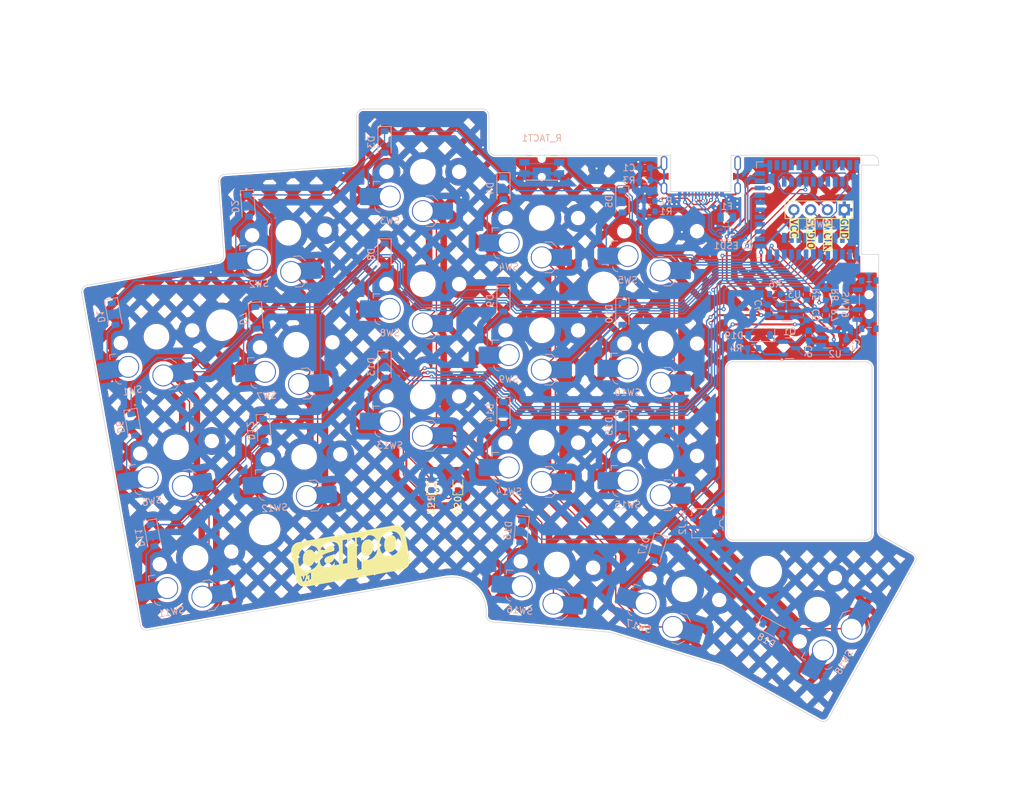
<source format=kicad_pcb>
(kicad_pcb (version 20240108) (generator "pcbnew") (generator_version "8.0")
  (layers (0 "F.Cu" signal) (31 "B.Cu" signal) (34 "B.Paste" user) (35 "F.Paste" user) (36 "B.SilkS" user "B.Silkscreen") (37 "F.SilkS" user "F.Silkscreen") (38 "B.Mask" user) (39 "F.Mask" user) (44 "Edge.Cuts" user))
  (net 0 "")
  (net 1 "Net-(D1-A)")
  (net 2 "+3V3")
  (net 3 "+BATT")
  (net 4 "Net-(D2-A)")
  (net 5 "ROW1")
  (net 6 "ROW2")
  (net 7 "Net-(D3-A)")
  (net 8 "Net-(D4-A)")
  (net 9 "ROW3")
  (net 10 "ROW4")
  (net 11 "Net-(D5-A)")
  (net 12 "Net-(D20-K)")
  (net 13 "Net-(D6-A)")
  (net 14 "Net-(D21-K)")
  (net 15 "BLUE_LED")
  (net 16 "D-")
  (net 17 "Net-(D7-A)")
  (net 18 "Net-(D8-A)")
  (net 19 "D+")
  (net 20 "/VUSB")
  (net 21 "Net-(D9-A)")
  (net 22 "SWDCLK")
  (net 23 "Net-(D10-A)")
  (net 24 "SWDIO")
  (net 25 "Net-(D11-A)")
  (net 26 "Net-(U3-STAT)")
  (net 27 "Net-(U3-PROG)")
  (net 28 "Net-(D12-A)")
  (net 29 "Net-(D16-A)")
  (net 30 "VSENSE")
  (net 31 "Net-(D13-A)")
  (net 32 "RESET")
  (net 33 "COL1")
  (net 34 "Net-(D14-A)")
  (net 35 "Net-(D15-A)")
  (net 36 "COL2")
  (net 38 "Net-(D17-A)")
  (net 39 "Net-(D18-A)")
  (net 40 "Earth")
  (net 41 "GND")
  (net 42 "VBUS")
  (net 43 "USBD-")
  (net 44 "Net-(J1-CC2)")
  (net 46 "USBD+")
  (net 47 "Net-(J1-CC1)")
  (net 55 "unconnected-(U1-P0.07-Pad15)")
  (net 82 "COL3")
  (net 83 "COL4")
  (net 84 "COL5")
  (net 85 "Net-(D19-K)")
  (net 86 "Net-(Q1-D)")
  (footprint "LED_SMD:LED_0603_1608Metric" (layer "F.Cu") (at 147.5 107.3 90)
    (property "Reference" "D20")
    (property "Value" "RED")
  )
  (footprint "carpo:StandoffHole_4.3mm" (layer "F.Cu") (at 111.784477 83.118956)
    (property "Reference" "H1" (hide yes))
    (property "Value" "MountingHole")
  )
  (footprint "carpo:StandoffHole_4.3mm" (layer "F.Cu") (at 169.554515 77.399999)
    (property "Reference" "H3" (hide yes))
    (property "Value" "MountingHole")
  )
  (footprint "carpo:Header_SWD" (layer "F.Cu") (at 205.98 65.65 -90)
    (property "Reference" "JSWD1")
    (property "Value" "SWD")
  )
  (footprint "carpo:StandoffHole_4.3mm" (layer "F.Cu") (at 194.177165 120.406206)
    (property "Reference" "H2" (hide yes))
    (property "Value" "MountingHole")
  )
  (footprint "LED_SMD:LED_0603_1608Metric" (layer "F.Cu") (at 143.5 107.3 90)
    (property "Reference" "D21")
    (property "Value" "Blue LED")
  )
  (footprint "carpo:StandoffHole_4.3mm" (layer "F.Cu") (at 118.252436 114.041804)
    (property "Reference" "H4" (hide yes))
    (property "Value" "MountingHole")
  )
  (footprint "Diode_SMD:D_SOD-123" (layer "B.Cu") (at 98.34547 98.182108 -80)
    (property "Reference" "D6")
    (property "Value" "1N4148")
  )
  (footprint "marbastlib-choc:SW_choc_v1_HS_CPG135001S30_1u" (layer "B.Cu") (at 160.2 100.9 180)
    (property "Reference" "SW14")
    (property "Value" "SW_SPST")
  )
  (footprint "Resistor_SMD:R_0603_1608Metric" (layer "B.Cu") (at 176.5 65.9 180)
    (property "Reference" "R1")
    (property "Value" "5.1K")
  )
  (footprint "Diode_SMD:D_SOD-123" (layer "B.Cu") (at 177.567249 117.100872 -107)
    (property "Reference" "D17")
    (property "Value" "1N4148")
  )
  (footprint "Fuse:Fuse_0805_2012Metric" (layer "B.Cu") (at 188.2 66.8 180)
    (property "Reference" "F1")
    (property "Value" "500mA")
  )
  (footprint "marbastlib-choc:SW_choc_v1_HS_CPG135001S30_1u" (layer "B.Cu") (at 178.2 68.9 180)
    (property "Reference" "SW5")
    (property "Value" "SW_SPST")
  )
  (footprint "marbastlib-choc:SW_choc_v1_HS_CPG135001S30_1u" (layer "B.Cu") (at 178.2 102.9 180)
    (property "Reference" "SW15")
    (property "Value" "SW_SPST")
  )
  (footprint "Capacitor_SMD:C_0603_1608Metric" (layer "B.Cu") (at 200.3 81.575 90)
    (property "Reference" "C5")
    (property "Value" "4.7uF")
  )
  (footprint "Diode_SMD:D_SOD-123" (layer "B.Cu") (at 101.297489 114.92384 -80)
    (property "Reference" "D11")
    (property "Value" "1N4148")
  )
  (footprint "Diode_SMD:D_SOD-123" (layer "B.Cu") (at 154.399473 96.40065 -90)
    (property "Reference" "D14")
    (property "Value" "1N4148")
  )
  (footprint "Diode_SMD:D_SOD-123" (layer "B.Cu") (at 136.399473 89.40065 -90)
    (property "Reference" "D13")
    (property "Value" "1N4148")
  )
  (footprint "marbastlib-choc:SW_choc_v1_HS_CPG135001S30_1u" (layer "B.Cu") (at 121.851652 69.131336 -176)
    (property "Reference" "SW2")
    (property "Value" "SW_SPST")
  )
  (footprint "marbastlib-choc:SW_choc_v1_HS_CPG135001S30_1u" (layer "B.Cu") (at 104.839178 101.605852 -170)
    (property "Reference" "SW6")
    (property "Value" "SW_SPST")
  )
  (footprint "marbastlib-choc:SW_choc_v1_HS_CPG135001S30_1u" (layer "B.Cu") (at 162.482008 119.34472 175)
    (property "Reference" "SW16")
    (property "Value" "SW_SPST")
  )
  (footprint "marbastlib-choc:SW_choc_v1_HS_CPG135001S30_1u" (layer "B.Cu") (at 160.2 66.900001 180)
    (property "Reference" "SW4")
    (property "Value" "SW_SPST")
  )
  (footprint "marbastlib-various:nRF52840_holyiot_18010" (layer "B.Cu") (at 202.2 65.65 90)
    (property "Reference" "U1")
    (property "Value" "nRF52840_holyiot_18010")
  )
  (footprint "Diode_SMD:D_SOD-123" (layer "B.Cu") (at 172.399473 81.40065 -90)
    (property "Reference" "D10")
    (property "Value" "1N4148")
  )
  (footprint "marbastlib-choc:SW_choc_v1_HS_CPG135001S30_1u" (layer "B.Cu") (at 124.223372 103.048513 -176)
    (property "Reference" "SW12")
    (property "Value" "SW_SPST")
  )
  (footprint "Diode_SMD:D_SOD-123" (layer "B.Cu") (at 172.399473 98.40065 -90)
    (property "Reference" "D15")
    (property "Value" "1N4148")
  )
  (footprint "Package_TO_SOT_SMD:SOT-23-5" (layer "B.Cu") (at 197.3375 80.95 180)
    (property "Reference" "U3")
    (property "Value" "MCP73831")
  )
  (footprint "Diode_SMD:D_SOD-123" (layer "B.Cu") (at 118.123116 98.964747 -86)
    (property "Reference" "D12")
    (property "Value" "1N4148")
  )
  (footprint "Capacitor_SMD:C_0603_1608Metric" (layer "B.Cu") (at 200.6 84.7 -90)
    (property "Reference" "C6")
    (property "Value" "1uF")
  )
  (footprint "Diode_SMD:D_SOD-123" (layer "B.Cu") (at 116.937256 82.006158 -86)
    (property "Reference" "D7")
    (property "Value" "1N4148")
  )
  (footprint "marbastlib-choc:SW_choc_v1_HS_CPG135001S30_1.5u" (layer "B.Cu") (at 201.899619 126.172983 -119)
    (property "Reference" "SW18")
    (property "Value" "SW_SPST")
  )
  (footprint "Diode_SMD:D_SOD-123" (layer "B.Cu") (at 115.751396 65.04757 -86)
    (property "Reference" "D2")
    (property "Value" "1N4148")
  )
  (footprint "Capacitor_SMD:C_0603_1608Metric" (layer "B.Cu") (at 175.8 59.3)
    (property "Reference" "C1")
    (property "Value" "1nF")
  )
  (footprint "marbastlib-choc:SW_choc_v1_HS_CPG135001S30_1u" (layer "B.Cu") (at 160.2 83.9 180)
    (property "Reference" "SW9")
    (property "Value" "SW_SPST")
  )
  (footprint "Button_Switch_SMD:Panasonic_EVQPUL_EVQPUC" (layer "B.Cu") (at 160.2 59.31 180)
    (property "Reference" "R_TACT1")
    (property "Value" "SW_Push")
  )
  (footprint "Diode_SMD:D_SOD-123" (layer "B.Cu") (at 193.1 84.6 180)
    (property "Reference" "D19")
    (property "Value" "1N5819W")
  )
  (footprint "Resistor_SMD:R_0603_1608Metric" (layer "B.Cu") (at 192.2 86.6)
    (property "Reference" "R4")
    (property "Value" "100k")
  )
  (footprint "marbastlib-choc:SW_choc_v1_HS_CPG135001S30_1u" (layer "B.Cu") (at 107.791197 118.347584 -170)
    (property "Reference" "SW11")
    (property "Value" "SW_SPST")
  )
  (footprint "Resistor_SMD:R_0603_1608Metric" (layer "B.Cu") (at 175.8 61.2)
    (property "Reference" "R3")
    (property "Value" "1M")
  )
  (footprint "Capacitor_SMD:C_0603_1608Metric" (layer "B.Cu") (at 206.3 86.1 90)
    (property "Reference" "C7")
    (property "Value" "1uF")
  )
  (footprint "Diode_SMD:D_SOD-123" (layer "B.Cu") (at 154.399473 62.400651 -90)
    (property "Reference" "D4")
    (property "Value" "1N4148")
  )
  (footprint "Button_Switch_SMD:SW_SPDT_PCM12" (layer "B.Cu") (at 209.4 80 -90)
    (property "Reference" "SW19")
    (property "Value" "ON_OFF")
  )
  (footprint "Diode_SMD:D_SOD-123" (layer "B.Cu") (at 136.399473 55.40065 -90)
    (property "Reference" "D3")
    (property "Value" "1N4148")
  )
  (footprint "Resistor_SMD:R_0603_1608Metric" (layer "B.Cu") (at 203.2 78.5 90)
    (property "Reference" "R8")
    (property "Value" "2M")
  )
  (footprint "Diode_SMD:D_SOD-123" (layer "B.Cu") (at 172.399473 64.40065 -90)
    (property "Reference" "D5")
    (property "Value" "1N4148")
  )
  (footprint "Diode_SMD:D_SOD-123" (layer "B.Cu") (at 154.399473 79.40065 -90)
    (property "Reference" "D9")
    (property "Value" "1N4148")
  )
  (footprint "marbastlib-choc:SW_choc_v1_HS_CPG135001S30_1u" (layer "B.Cu") (at 142.2 76.9 180)
    (property "Reference" "SW8")
    (property "Value" "SW_SPST")
  )
  (footprint "marbastlib-choc:SW_choc_v1_HS_CPG135001S30_1u" (layer "B.Cu") (at 181.798838 123.099532 163)
    (property "Reference" "SW17")
    (property "Value" "SW_SPST")
  )
  (footprint "Capacitor_SMD:C_0603_1608Metric" (layer "B.Cu") (at 194.4 80.8 90)
    (property "Reference" "C4")
    (property "Value" "4.7uF")
  )
  (footprint "Package_TO_SOT_SMD:SOT-23" (layer "B.Cu") (at 197.7 86.6)
    (property "Reference" "Q1")
    (property "Value" "AO3401A")
  )
  (footprint "Diode_SMD:D_SOD-123" (layer "B.Cu") (at 157.095698 114.356942 -95)
    (property "Reference" "D16")
    (property "Value" "1N4148")
  )
  (footprint "marbastlib-choc:SW_choc_v1_HS_CPG135001S30_1u" (layer "B.Cu") (at 142.2 59.9 180)
    (property "Reference" "SW3")
    (property "Value" "SW_SPST")
  )
  (footprint "carpo:USB-C_C168688" (layer "B.Cu") (at 184.272 62.897 180)
    (property "Reference" "J1" (hide yes))
    (property "Value" "USB_C_Receptacle")
  )
  (footprint "Resistor_SMD:R_0603_1608Metric" (layer "B.Cu") (at 176.5 64.3 180)
    (property "Reference" "R2")
    (property "Value" "5.1K")
  )
  (footprint "Resistor_SMD:R_0603_1608Metric" (layer "B.Cu") (at 203.2 81.6 90)
    (property "Reference" "R7")
    (property "Value" "806/820k")
  )
  (footprint "Package_TO_SOT_SMD:SOT-23" (layer "B.Cu") (at 203.5 85 180)
    (property "Reference" "U2")
    (property "Value" "XC6206P LDO")
  )
  (footprint "Package_TO_SOT_SMD:SOT-666" (layer "B.Cu") (at 188.2 69.2)
    (property "Reference" "ESD1")
    (property "Value" "USBLC6-2P6")
  )
  (footprint "Diode_SMD:D_SOD-123" (layer "B.Cu") (at 195.152247 129.06491 -29)
    (property "Reference" "D18")
    (property "Value" "1N4148")
  )
  (footprint "Diode_SMD:D_SOD-123" (layer "B.Cu") (at 136.399473 72.40065 -90)
    (property "Reference" "D8")
    (property "Value" "1N4148")
  )
  (footprint "marbastlib-choc:SW_choc_v1_HS_CPG135001S30_1u" (layer "B.Cu") (at 123.037512 86.089924 -176)
    (property "Reference" "SW7")
    (property "Value" "SW_SPST")
  )
  (footprint "Resistor_SMD:R_0603_1608Metric" (layer "B.Cu") (at 195.5 78.4)
    (property "Reference" "R6")
    (property "Value" "RPROG")
  )
  (footprint "Connector_Molex:Molex_Pico-EZmate_78171-0002_1x02-1MP_P1.20mm_Vertical" (layer "B.Cu") (at 185 113.1 -90)
    (property "Reference" "J2")
    (property "Value" "BATT_CONN1")
  )
  (footprint "Resistor_SMD:R_0603_1608Metric" (layer "B.Cu") (at 200.3 78.475 90)
    (property "Reference" "R5")
    (property "Value" "1k")
  )
  (footprint "marbastlib-choc:SW_choc_v1_HS_CPG135001S30_1u" (layer "B.Cu") (at 142.2 93.9 180)
    (property "Reference" "SW13")
    (property "Value" "SW_SPST")
  )
  (footprint "marbastlib-choc:SW_choc_v1_HS_CPG135001S30_1u" (layer "B.Cu") (at 178.2 85.9 180)
    (property "Reference" "SW10")
    (property "Value" "SW_SPST")
  )
  (footprint "Diode_SMD:D_SOD-123" (layer "B.Cu") (at 95.393451 81.440376 -80)
    (property "Reference" "D1")
    (property "Value" "1N4148")
  )
  (footprint "marbastlib-choc:SW_choc_v1_HS_CPG135001S30_1u" (layer "B.Cu") (at 101.887159 84.86412 -170)
    (property "Reference" "SW1")
    (property "Value" "SW_SPST")
  )
  (footprint "Resistor_SMD:R_0603_1608Metric" (layer "B.Cu") (at 143.5 107.3 90)
    (property "Reference" "R9")
    (property "Value" "1K")
  )
  (gr_poly (pts (xy 133.831138 115.54852) (xy 133.885576 115.543524) (xy 133.938252 115.541832) (xy 133.989167 115.543374) (xy 134.03832 115.548086) (xy 134.085714 115.555904) (xy 134.13135 115.56676) (xy 134.175229 115.580592) (xy 134.217353 115.597332) (xy 134.257722 115.616915) (xy 134.296337 115.639276) (xy 134.333201 115.664351) (xy 134.368314 115.692073) (xy 134.401678 115.722375) (xy 134.433293 115.755195) (xy 134.463162 115.790467) (xy 134.491286 115.828124) (xy 134.517664 115.868101) (xy 134.542298 115.910334) (xy 134.56519 115.954756) (xy 134.586343 116.001302) (xy 134.605756 116.049908) (xy 134.623429 116.100507) (xy 134.639367 116.153034) (xy 134.653569 116.207423) (xy 134.666035 116.263611) (xy 134.676769 116.321531) (xy 134.685769 116.381117) (xy 134.69304 116.442304) (xy 134.69858 116.505028) (xy 134.702393 116.569223) (xy 134.704478 116.634822) (xy 134.701477 116.767563) (xy 134.691346 116.897033) (xy 134.674086 117.022678) (xy 134.649698 117.143947) (xy 134.618185 117.260288) (xy 134.579548 117.371146) (xy 134.533789 117.475972) (xy 134.48091 117.574211) (xy 134.4518 117.620689) (xy 134.420911 117.665314) (xy 134.388243 117.708015) (xy 134.353795 117.748724) (xy 134.317569 117.787373) (xy 134.279565 117.823893) (xy 134.239782 117.858214) (xy 134.198221 117.890265) (xy 134.154881 117.919982) (xy 134.109764 117.947293) (xy 134.06287 117.972128) (xy 134.014196 117.994419) (xy 133.963747 118.014097) (xy 133.911522 118.031093) (xy 133.857518 118.045339) (xy 133.801739 118.056763) (xy 133.748141 118.064724) (xy 133.696024 118.069474) (xy 133.645401 118.071065) (xy 133.596282 118.06954) (xy 133.548682 118.064948) (xy 133.502611 118.057341) (xy 133.458085 118.046759) (xy 133.415112 118.033257) (xy 133.373706 118.016878) (xy 133.333879 117.997671) (xy 133.295645 117.975684) (xy 133.259014 117.950965) (xy 133.223999 117.92356) (xy 133.190613 117.893519) (xy 133.158868 117.860887) (xy 133.128775 117.825715) (xy 133.100347 117.788048) (xy 133.073597 117.747934) (xy 133.048537 117.705421) (xy 133.025179 117.660557) (xy 133.003536 117.61339) (xy 132.983618 117.563967) (xy 132.96544 117.512336) (xy 132.949012 117.458545) (xy 132.934349 117.40264) (xy 132.921461 117.34467) (xy 132.910361 117.284684) (xy 132.901062 117.222726) (xy 132.893574 117.158847) (xy 132.887913 117.093095) (xy 132.884087 117.025514) (xy 132.882112 116.956154) (xy 132.883961 116.818863) (xy 132.89335 116.686487) (xy 132.910205 116.559396) (xy 132.934452 116.43796) (xy 132.966017 116.32255) (xy 133.004825 116.21354) (xy 133.050803 116.111297) (xy 133.103874 116.016194) (xy 133.133047 115.971435) (xy 133.163967 115.9286) (xy 133.196623 115.887736) (xy 133.231004 115.848888) (xy 133.267104 115.812102) (xy 133.304913 115.777427) (xy 133.344423 115.744908) (xy 133.385621 115.714589) (xy 133.4285 115.686519) (xy 133.47305 115.660745) (xy 133.519263 115.637311) (xy 133.567128 115.616265) (xy 133.616639 115.597651) (xy 133.667781 115.58152) (xy 133.720551 115.567913) (xy 133.774935 115.55688)) (stroke (width -0.000001)) (fill solid) (layer "F.SilkS"))
  (gr_poly (pts (xy 138.221235 113.371968) (xy 138.483259 113.405346) (xy 138.728786 113.487455) (xy 138.95134 113.613525) (xy 139.146 113.779606) (xy 139.307056 113.982174) (xy 139.428045 114.216955) (xy 139.501524 114.477047) (xy 140.223271 118.570278) (xy 140.243171 118.839766) (xy 140.209779 119.101769) (xy 140.127726 119.347253) (xy 140.001602 119.569848) (xy 139.835587 119.764435) (xy 139.632958 119.925613) (xy 139.398145 120.046549) (xy 139.138151 120.120051) (xy 124.553185 122.691774) (xy 124.283636 122.711645) (xy 124.021621 122.678313) (xy 123.776179 122.596142) (xy 123.553535 122.470086) (xy 123.358979 122.304035) (xy 123.197819 122.101436) (xy 123.076834 121.866654) (xy 123.003358 121.606613) (xy 122.946455 121.283903) (xy 123.752296 121.141811) (xy 124.039869 121.916393) (xy 124.290014 121.872287) (xy 124.325732 121.757629) (xy 124.578816 121.713004) (xy 124.580027 121.719358) (xy 124.581528 121.725563) (xy 124.583313 121.731612) (xy 124.585371 121.737499) (xy 124.587698 121.743216) (xy 124.590284 121.74876) (xy 124.59312 121.75412) (xy 124.596202 121.759292) (xy 124.59952 121.764268) (xy 124.603067 121.769043) (xy 124.606834 121.773609) (xy 124.610816 121.777961) (xy 124.615001 121.78209) (xy 124.619385 121.785991) (xy 124.623959 121.789657) (xy 124.628715 121.793083) (xy 124.633646 121.79626) (xy 124.638743 121.799181) (xy 124.644 121.801841) (xy 124.649409 121.804234) (xy 124.654961 121.806352) (xy 124.66065 121.808189) (xy 124.666465 121.809739) (xy 124.672403 121.810994) (xy 124.678453 121.811947) (xy 124.684607 121.812594) (xy 124.69086 121.812927) (xy 124.697202 121.812937) (xy 124.703627 121.812622) (xy 124.710125 121.811972) (xy 124.71669 121.810982) (xy 124.722761 121.809744) (xy 124.728755 121.808191) (xy 124.734659 121.806333) (xy 124.740469 121.804179) (xy 124.746173 121.801739) (xy 124.751762 121.79902) (xy 124.757229 121.796037) (xy 124.762564 121.792794) (xy 124.767758 121.789303) (xy 124.772803 121.785574) (xy 124.777689 121.781615) (xy 124.782408 121.777436) (xy 124.786951 121.773047) (xy 124.791309 121.768459) (xy 124.795474 121.763679) (xy 124.799435 121.758717) (xy 124.803186 121.753582) (xy 124.806715 121.748285) (xy 124.810018 121.742836) (xy 124.813079 121.737243) (xy 124.815896 121.731515) (xy 124.818455 121.725664) (xy 124.820751 121.719698) (xy 124.822773 121.713626) (xy 124.824514 121.707459) (xy 124.825963 121.701204) (xy 124.827112 121.694873) (xy 124.827953 121.688475) (xy 124.828475 121.682019) (xy 124.828672 121.675515) (xy 124.828532 121.668972) (xy 124.828048 121.662401) (xy 124.827301 121.656024) (xy 124.826228 121.649789) (xy 124.824839 121.643701) (xy 124.823145 121.637766) (xy 124.821156 121.631992) (xy 124.81888 121.626384) (xy 124.816328 121.620949) (xy 124.813511 121.615693) (xy 124.810437 121.610621) (xy 124.807117 121.605742) (xy 124.80356 121.60106) (xy 124.799777 121.596583) (xy 124.795778 121.592315) (xy 124.79157 121.588265) (xy 124.787166 121.584438) (xy 124.782575 121.580841) (xy 124.777807 121.57748) (xy 124.772871 121.57436) (xy 124.767778 121.571489) (xy 124.762538 121.568873) (xy 124.75716 121.566517) (xy 124.751654 121.564431) (xy 124.746029 121.562617) (xy 124.740297 121.561083) (xy 124.734465 121.559835) (xy 124.728547 121.558882) (xy 124.722549 121.558226) (xy 124.716484 121.557876) (xy 124.710358 121.557838) (xy 124.704185 121.558118) (xy 124.697972 121.558723) (xy 124.69173 121.559658) (xy 124.685288 121.560956) (xy 124.678957 121.562555) (xy 124.672742 121.564446) (xy 124.666652 121.566618) (xy 124.660692 121.569066) (xy 124.654873 121.571779) (xy 124.649203 121.574749) (xy 124.643687 121.577966) (xy 124.638334 121.581421) (xy 124.633152 121.585108) (xy 124.628148 121.589014) (xy 124.623331 121.593134) (xy 124.618706 121.597456) (xy 124.614284 121.601973) (xy 124.61007 121.606676) (xy 124.606073 121.611556) (xy 124.602302 121.616605) (xy 124.598761 121.621813) (xy 124.595462 121.627171) (xy 124.59241 121.632671) (xy 124.589614 121.638304) (xy 124.58708 121.644061) (xy 124.584817 121.649933) (xy 124.582832 121.655911) (xy 124.581133 121.661988) (xy 124.579729 121.668152) (xy 124.578625 121.674397) (xy 124.577832 121.680711) (xy 124.577356 121.687088) (xy 124.577202 121.693521) (xy 124.577383 121.699996) (xy 124.577903 121.706507) (xy 124.578816 121.713004) (xy 124.325732 121.757629) (xy 124.52787 121.108754) (xy 124.797947 121.061132) (xy 125.04086 120.860368) (xy 125.047149 120.859259) (xy 125.055846 121.73725) (xy 125.281482 121.697464) (xy 125.278722 121.422347) (xy 132.250627 120.193011) (xy 132.924971 120.074106) (xy 132.907586 118.181847) (xy 132.948135 118.174697) (xy 133.002688 118.257394) (xy 133.035122 118.301722) (xy 133.07151 118.346839) (xy 133.11224 118.391844) (xy 133.157697 118.435839) (xy 133.182317 118.457175) (xy 133.208267 118.477923) (xy 133.235589 118.497968) (xy 133.264336 118.517196) (xy 133.294554 118.535499) (xy 133.326292 118.552762) (xy 133.359599 118.568873) (xy 133.394522 118.58372) (xy 133.431111 118.597189) (xy 133.469412 118.60917) (xy 133.509475 118.619548) (xy 133.551346 118.628213) (xy 133.595077 118.635052) (xy 133.640714 118.63995) (xy 133.688306 118.642798) (xy 133.737901 118.643483) (xy 133.789548 118.64189) (xy 133.843293 118.637909) (xy 133.899188 118.631427) (xy 133.957278 118.622332) (xy 134.035233 118.606564) (xy 134.111736 118.587032) (xy 134.186719 118.563793) (xy 134.260112 118.536899) (xy 134.331845 118.506408) (xy 134.401849 118.472371) (xy 134.470052 118.434843) (xy 134.536388 118.39388) (xy 134.600785 118.349535) (xy 134.663173 118.301863) (xy 134.723484 118.250918) (xy 134.78165 118.196756) (xy 134.837597 118.139428) (xy 134.891257 118.078992) (xy 134.942563 118.015502) (xy 134.991442 117.949011) (xy 135.037827 117.879573) (xy 135.081647 117.807244) (xy 135.122832 117.732078) (xy 135.161312 117.654128) (xy 135.197021 117.57345) (xy 135.229887 117.490099) (xy 135.259837 117.404128) (xy 135.286809 117.315591) (xy 135.310725 117.224546) (xy 135.331522 117.131042) (xy 135.349128 117.035137) (xy 135.363472 116.936885) (xy 135.36682 116.906325) (xy 135.704547 116.846775) (xy 135.722089 116.938308) (xy 135.743097 117.026713) (xy 135.767518 117.111932) (xy 135.795297 117.193903) (xy 135.82638 117.272565) (xy 135.860712 117.34786) (xy 135.898238 117.419726) (xy 135.938904 117.488104) (xy 135.982656 117.552934) (xy 136.029438 117.614155) (xy 136.079198 117.671706) (xy 136.131881 117.725527) (xy 136.18743 117.775558) (xy 136.245792 117.82174) (xy 136.306913 117.864012) (xy 136.370739 117.902315) (xy 136.437214 117.936586) (xy 136.506285 117.966766) (xy 136.577897 117.992795) (xy 136.651996 118.014615) (xy 136.728526 118.032163) (xy 136.807433 118.045379) (xy 136.888664 118.054201) (xy 136.972162 118.058574) (xy 137.057875 118.058434) (xy 137.145748 118.053721) (xy 137.235725 118.044376) (xy 137.327754 118.030338) (xy 137.416814 118.012532) (xy 137.503818 117.99093) (xy 137.588712 117.965605) (xy 137.671442 117.93663) (xy 137.751957 117.904078) (xy 137.830203 117.868024) (xy 137.906126 117.828542) (xy 137.979675 117.785704) (xy 138.050796 117.739584) (xy 138.119435 117.690256) (xy 138.185541 117.637795) (xy 138.24906 117.582273) (xy 138.309938 117.523764) (xy 138.368121 117.462342) (xy 138.42356 117.39808) (xy 138.476199 117.331052) (xy 138.525987 117.261331) (xy 138.572868 117.188992) (xy 138.616791 117.114108) (xy 138.657703 117.036753) (xy 138.69555 116.956999) (xy 138.73028 116.874922) (xy 138.761839 116.790595) (xy 138.790175 116.704089) (xy 138.815235 116.615482) (xy 138.836966 116.524844) (xy 138.855313 116.432252) (xy 138.870225 116.337776) (xy 138.881647 116.241492) (xy 138.889529 116.143473) (xy 138.893816 116.043793) (xy 138.894455 115.942526) (xy 138.891005 115.838508) (xy 138.883877 115.737414) (xy 138.873129 115.639303) (xy 138.858816 115.544235) (xy 138.840993 115.452268) (xy 138.819715 115.363461) (xy 138.795038 115.277871) (xy 138.767018 115.195559) (xy 138.735709 115.116582) (xy 138.701168 115.041) (xy 138.66345 114.968873) (xy 138.622609 114.900256) (xy 138.578702 114.835211) (xy 138.531785 114.773795) (xy 138.481913 114.716068) (xy 138.42914 114.662088) (xy 138.373523 114.611914) (xy 138.315116 114.565606) (xy 138.253978 114.52322) (xy 138.190159 114.484816) (xy 138.123718 114.450454) (xy 138.054712 114.420192) (xy 137.983191 114.394088) (xy 137.909216 114.372201) (xy 137.83284 114.354591) (xy 137.754119 114.341315) (xy 137.673107 114.332433) (xy 137.58986 114.328003) (xy 137.504437 114.328085) (xy 137.416887 114.332736) (xy 137.327271 114.342016) (xy 137.235642 114.355984) (xy 137.146167 114.373862) (xy 137.058778 114.395534) (xy 136.973524 114.420927) (xy 136.890461 114.44997) (xy 136.809642 114.482587) (xy 136.73112 114.518709) (xy 136.654948 114.558263) (xy 136.581178 114.601176) (xy 136.509865 114.647375) (xy 136.441062 114.696789) (xy 136.374822 114.749345) (xy 136.311198 114.804971) (xy 136.250244 114.863592) (xy 136.192012 114.925141) (xy 136.136556 114.989539) (xy 136.08393 115.056719) (xy 136.034186 115.126606) (xy 135.987379 115.199128) (xy 135.943559 115.274213) (xy 135.902782 115.351788) (xy 135.865101 115.431781) (xy 135.830569 115.514119) (xy 135.799238 115.598731) (xy 135.771163 115.685542) (xy 135.746396 115.774483) (xy 135.72499 115.865479) (xy 135.707 115.958458) (xy 135.692478 116.05335) (xy 135.681478 116.150078) (xy 135.674053 116.248574) (xy 135.670255 116.348764) (xy 135.670139 116.450574) (xy 135.673268 116.554014) (xy 135.680082 116.654567) (xy 135.690527 116.752174) (xy 135.704547 116.846775) (xy 135.36682 116.906325) (xy 135.374486 116.836339) (xy 135.382099 116.733556) (xy 135.386246 116.628589) (xy 135.386851 116.521492) (xy 135.383847 116.414849) (xy 135.377348 116.311654) (xy 135.367428 116.21193) (xy 135.35416 116.115704) (xy 135.337611 116.022998) (xy 135.317859 115.933839) (xy 135.294973 115.848249) (xy 135.269026 115.766256) (xy 135.240089 115.687883) (xy 135.208234 115.613155) (xy 135.173535 115.542096) (xy 135.136064 115.474733) (xy 135.09589 115.411089) (xy 135.053087 115.351189) (xy 135.007728 115.295057) (xy 134.959882 115.24272) (xy 134.909625 115.194201) (xy 134.857027 115.149525) (xy 134.802161 115.108717) (xy 134.745097 115.071801) (xy 134.685909 115.038803) (xy 134.624669 115.009748) (xy 134.561447 114.984659) (xy 134.496319 114.963562) (xy 134.429353 114.946483) (xy 134.360623 114.933443) (xy 134.290201 114.92447) (xy 134.218159 114.919588) (xy 134.144568 114.918822) (xy 134.069502 114.922195) (xy 133.993031 114.929734) (xy 133.915228 114.941463) (xy 133.856162 114.953044) (xy 133.799458 114.966474) (xy 133.745058 114.981652) (xy 133.69291 114.998481) (xy 133.642961 115.016863) (xy 133.595153 115.036699) (xy 133.549434 115.057893) (xy 133.505748 115.080343) (xy 133.424262 115.128627) (xy 133.350261 115.180765) (xy 133.283307 115.235973) (xy 133.222968 115.293465) (xy 133.168805 115.352459) (xy 133.120388 115.412165) (xy 133.077278 115.471801) (xy 133.039041 115.530582) (xy 133.005243 115.587721) (xy 132.975448 115.642434) (xy 132.926127 115.741442) (xy 132.869717 115.751388) (xy 132.863186 115.173474) (xy 132.204609 115.289598) (xy 132.250627 120.193011) (xy 125.278722 121.422347) (xy 125.270465 120.599055) (xy 125.058317 120.636463) (xy 124.796021 120.855162) (xy 124.797947 121.061132) (xy 124.52787 121.108754) (xy 124.562051 120.99903) (xy 124.318746 121.041931) (xy 124.158642 121.660646) (xy 124.150256 121.662125) (xy 123.978475 121.10193) (xy 123.752296 121.141811) (xy 122.946455 121.283903) (xy 122.575146 119.178105) (xy 123.381158 119.035984) (xy 123.397589 119.124965) (xy 123.417391 119.211112) (xy 123.440523 119.294347) (xy 123.466943 119.374595) (xy 123.496612 119.451781) (xy 123.529488 119.525829) (xy 123.565531 119.596662) (xy 123.604701 119.664204) (xy 123.646956 119.728379) (xy 123.692257 119.789114) (xy 123.740562 119.84633) (xy 123.79183 119.899953) (xy 123.846023 119.949904) (xy 123.903097 119.996111) (xy 123.963014 120.038495) (xy 124.025732 120.076983) (xy 124.091211 120.111497) (xy 124.159409 120.141962) (xy 124.230288 120.168302) (xy 124.303805 120.190441) (xy 124.379921 120.208304) (xy 124.458594 120.221814) (xy 124.539783 120.230894) (xy 124.623449 120.235471) (xy 124.709551 120.235467) (xy 124.798048 120.230808) (xy 124.888898 120.221416) (xy 124.982064 120.207216) (xy 125.057738 120.192397) (xy 125.131648 120.174977) (xy 125.203767 120.155019) (xy 125.274067 120.132586) (xy 125.409108 120.080547) (xy 125.536557 120.019366) (xy 125.656199 119.949547) (xy 125.76782 119.871592) (xy 125.871208 119.786008) (xy 125.966149 119.693298) (xy 126.052428 119.593967) (xy 126.129832 119.48852) (xy 126.198145 119.377462) (xy 126.257157 119.261296) (xy 126.30665 119.140525) (xy 126.326769 119.077345) (xy 126.651439 119.020097) (xy 126.662315 119.077327) (xy 126.6759 119.132195) (xy 126.692127 119.184702) (xy 126.710929 119.234844) (xy 126.732238 119.28262) (xy 126.755987 119.328028) (xy 126.782109 119.371064) (xy 126.810536 119.411728) (xy 126.841202 119.450015) (xy 126.874039 119.485927) (xy 126.908981 119.519459) (xy 126.945958 119.550608) (xy 126.984907 119.579374) (xy 127.025756 119.605753) (xy 127.06844 119.629744) (xy 127.112893 119.651346) (xy 127.159047 119.670553) (xy 127.206833 119.687366) (xy 127.256187 119.701782) (xy 127.307038 119.713798) (xy 127.359322 119.723413) (xy 127.41297 119.730624) (xy 127.467915 119.73543) (xy 127.524091 119.737827) (xy 127.581429 119.737813) (xy 127.639862 119.735388) (xy 127.699325 119.730547) (xy 127.759748 119.72329) (xy 127.821065 119.713613) (xy 127.925505 119.691763) (xy 128.024078 119.664404) (xy 128.116871 119.632009) (xy 128.203974 119.595047) (xy 128.285479 119.55399) (xy 128.361474 119.50931) (xy 128.432049 119.461477) (xy 128.497295 119.410963) (xy 128.5573 119.358238) (xy 128.612155 119.303776) (xy 128.661949 119.248045) (xy 128.706773 119.191517) (xy 128.746717 119.134666) (xy 128.781869 119.077959) (xy 128.812321 119.02187) (xy 128.83816 118.966869) (xy 128.865226 118.962097) (xy 128.867544 119.450052) (xy 129.526119 119.333927) (xy 130.10624 119.231636) (xy 130.780584 119.112731) (xy 130.754925 116.935891) (xy 130.756041 116.892259) (xy 130.759124 116.849081) (xy 130.764137 116.806403) (xy 130.771041 116.764267) (xy 130.779799 116.72272) (xy 130.79037 116.681806) (xy 130.802718 116.641569) (xy 130.8168 116.602055) (xy 130.832583 116.563307) (xy 130.850027 116.525371) (xy 130.869091 116.48829) (xy 130.889738 116.452112) (xy 130.91193 116.416879) (xy 130.935629 116.382635) (xy 130.960794 116.349428) (xy 130.987389 116.317299) (xy 131.015374 116.286295) (xy 131.044711 116.25646) (xy 131.075361 116.227837) (xy 131.107286 116.200475) (xy 131.140448 116.174415) (xy 131.174807 116.149702) (xy 131.210326 116.126382) (xy 131.246966 116.104499) (xy 131.284687 116.084097) (xy 131.323453 116.065222) (xy 131.363223 116.047919) (xy 131.403961 116.03223) (xy 131.445627 116.018202) (xy 131.488181 116.005879) (xy 131.531588 115.995306) (xy 131.575806 115.986528) (xy 131.629709 115.978152) (xy 131.683837 115.971725) (xy 131.736747 115.96709) (xy 131.787001 115.964096) (xy 131.833155 115.962588) (xy 131.873771 115.962412) (xy 131.907407 115.963417) (xy 131.932621 115.965444) (xy 131.927138 115.301317) (xy 131.912931 115.301336) (xy 131.897545 115.301823) (xy 131.86382 115.304041) (xy 131.827133 115.307655) (xy 131.788651 115.31235) (xy 131.749541 115.317812) (xy 131.710973 115.323723) (xy 131.640129 115.335636) (xy 131.564712 115.351692) (xy 131.49087 115.372897) (xy 131.418859 115.399073) (xy 131.348932 115.430042) (xy 131.281345 115.465628) (xy 131.216353 115.505652) (xy 131.154211 115.549935) (xy 131.095173 115.598301) (xy 131.039496 115.650571) (xy 130.987432 115.706568) (xy 130.939239 115.766114) (xy 130.895169 115.82903) (xy 130.85548 115.89514) (xy 130.820425 115.964265) (xy 130.790258 116.036228) (xy 130.765237 116.11085) (xy 130.72915 116.117213) (xy 130.724606 115.550563) (xy 130.072773 115.665499) (xy 130.10624 119.231636) (xy 129.526119 119.333927) (xy 129.501659 116.966166) (xy 129.498382 116.871708) (xy 129.490721 116.782787) (xy 129.478865 116.699257) (xy 129.462996 116.620967) (xy 129.443306 116.547772) (xy 129.419981 116.479523) (xy 129.393207 116.416073) (xy 129.363169 116.357275) (xy 129.330056 116.302981) (xy 129.294056 116.253045) (xy 129.255353 116.207316) (xy 129.214135 116.16565) (xy 129.170591 116.127898) (xy 129.124905 116.093913) (xy 129.077264 116.063547) (xy 129.027858 116.036652) (xy 128.97687 116.013082) (xy 128.924488 115.992688) (xy 128.870901 115.975324) (xy 128.816294 115.96084) (xy 128.760854 115.949092) (xy 128.704768 115.93993) (xy 128.591407 115.928774) (xy 128.477704 115.926195) (xy 128.365154 115.931012) (xy 128.255255 115.942046) (xy 128.149498 115.958116) (xy 128.032544 115.981823) (xy 127.917108 116.011555) (xy 127.803664 116.047424) (xy 127.692687 116.089533) (xy 127.584656 116.137992) (xy 127.480044 116.192905) (xy 127.379327 116.254381) (xy 127.282979 116.322526) (xy 127.191478 116.397448) (xy 127.105299 116.479252) (xy 127.024917 116.568047) (xy 126.950806 116.663941) (xy 126.883446 116.767037) (xy 126.823308 116.877444) (xy 126.796097 116.935424) (xy 126.77087 116.99527) (xy 126.747687 117.056999) (xy 126.726607 117.120623) (xy 127.356508 117.158381) (xy 127.377398 117.107332) (xy 127.402209 117.056153) (xy 127.430969 117.005187) (xy 127.463703 116.954771) (xy 127.500437 116.905244) (xy 127.520311 116.88092) (xy 127.541196 116.856946) (xy 127.563093 116.833365) (xy 127.586005 116.810217) (xy 127.609939 116.787547) (xy 127.634893 116.765397) (xy 127.660873 116.743808) (xy 127.687882 116.722823) (xy 127.715923 116.702485) (xy 127.745001 116.682836) (xy 127.775116 116.663919) (xy 127.806273 116.645775) (xy 127.838474 116.628448) (xy 127.871725 116.61198) (xy 127.906025 116.596413) (xy 127.941382 116.581791) (xy 127.977795 116.568153) (xy 128.015271 116.555545) (xy 128.05381 116.544007) (xy 128.093416 116.533583) (xy 128.134094 116.524315) (xy 128.175845 116.516246) (xy 128.215795 116.509894) (xy 128.254452 116.505147) (xy 128.29182 116.501991) (xy 128.327899 116.500412) (xy 128.362696 116.500398) (xy 128.396209 116.501933) (xy 128.428444 116.505004) (xy 128.459403 116.509597) (xy 128.489088 116.515699) (xy 128.517502 116.523297) (xy 128.544648 116.532376) (xy 128.570528 116.542923) (xy 128.595146 116.554925) (xy 128.618502 116.568366) (xy 128.640602 116.583233) (xy 128.661447 116.599515) (xy 128.681038 116.617195) (xy 128.699382 116.636262) (xy 128.716478 116.6567) (xy 128.732331 116.678496) (xy 128.746941 116.701638) (xy 128.760314 116.726109) (xy 128.77245 116.751898) (xy 128.783353 116.778991) (xy 128.793025 116.807374) (xy 128.80147 116.837032) (xy 128.80869 116.867953) (xy 128.814686 116.900124) (xy 128.819463 116.93353) (xy 128.823024 116.968156) (xy 128.825368 117.00399) (xy 128.826502 117.041019) (xy 128.829288 117.056818) (xy 128.828505 117.079558) (xy 128.826197 117.101157) (xy 128.822344 117.121676) (xy 128.816926 117.141181) (xy 128.809928 117.159737) (xy 128.80133 117.177404) (xy 128.791113 117.194248) (xy 128.779258 117.210333) (xy 128.765748 117.225721) (xy 128.750562 117.240478) (xy 128.733685 117.254666) (xy 128.715096 117.268349) (xy 128.694777 117.281592) (xy 128.672709 117.294456) (xy 128.648873 117.307008) (xy 128.623253 117.31931) (xy 128.595828 117.331425) (xy 128.56658 117.343418) (xy 128.535491 117.355353) (xy 128.502543 117.367293) (xy 128.430992 117.391442) (xy 128.351778 117.416378) (xy 127.955341 117.534166) (xy 127.832299 117.57199) (xy 127.709978 117.612808) (xy 127.589381 117.657218) (xy 127.471513 117.705821) (xy 127.35738 117.759213) (xy 127.247984 117.817998) (xy 127.144334 117.882774) (xy 127.047432 117.954139) (xy 126.958283 118.032695) (xy 126.91693 118.074857) (xy 126.877892 118.119041) (xy 126.841295 118.165322) (xy 126.807264 118.213776) (xy 126.775925 118.264476) (xy 126.747404 118.317499) (xy 126.721826 118.372918) (xy 126.699316 118.430811) (xy 126.680001 118.49125) (xy 126.664006 118.554311) (xy 126.651456 118.62007) (xy 126.642478 118.6886) (xy 126.637196 118.759977) (xy 126.635736 118.834275) (xy 126.638082 118.89857) (xy 126.643339 118.960512) (xy 126.651439 119.020097) (xy 126.326769 119.077345) (xy 126.346414 119.015658) (xy 126.376233 118.887195) (xy 126.395893 118.755643) (xy 125.737311 118.871769) (xy 125.728943 118.908969) (xy 125.719393 118.945441) (xy 125.708678 118.981165) (xy 125.696823 119.016125) (xy 125.683841 119.050307) (xy 125.669759 119.083693) (xy 125.65459 119.116265) (xy 125.638357 119.14801) (xy 125.621081 119.178911) (xy 125.602778 119.20895) (xy 125.58347 119.238114) (xy 125.563176 119.266381) (xy 125.541918 119.293742) (xy 125.519713 119.320175) (xy 125.496582 119.345668) (xy 125.472542 119.3702) (xy 125.447618 119.393759) (xy 125.421825 119.416327) (xy 125.395185 119.437889) (xy 125.367716 119.458425) (xy 125.33944 119.477924) (xy 125.310376 119.496366) (xy 125.280543 119.513736) (xy 125.249959 119.530017) (xy 125.218648 119.545194) (xy 125.186627 119.55925) (xy 125.153914 119.57217) (xy 125.120532 119.583935) (xy 125.0865 119.594532) (xy 125.051837 119.603942) (xy 125.016562 119.61215) (xy 124.980697 119.619139) (xy 124.927579 119.627074) (xy 124.875654 119.631961) (xy 124.82495 119.633829) (xy 124.775502 119.632714) (xy 124.727338 119.628644) (xy 124.680493 119.621651) (xy 124.634998 119.611769) (xy 124.590882 119.599027) (xy 124.548179 119.583456) (xy 124.50692 119.56509) (xy 124.467136 119.543958) (xy 124.428858 119.520094) (xy 124.392121 119.493528) (xy 124.356951 119.46429) (xy 124.323383 119.432415) (xy 124.291448 119.397931) (xy 124.261179 119.360873) (xy 124.232606 119.321269) (xy 124.20576 119.279153) (xy 124.180673 119.234556) (xy 124.157377 119.187509) (xy 124.135904 119.138045) (xy 124.116285 119.086193) (xy 124.09855 119.031984) (xy 124.082733 118.975453) (xy 124.068865 118.916629) (xy 124.056976 118.855545) (xy 124.0471 118.792231) (xy 124.039266 118.726719) (xy 124.033508 118.659042) (xy 124.029855 118.589229) (xy 124.02834 118.517313) (xy 124.030283 118.376888) (xy 124.041007 118.241853) (xy 124.060229 118.112549) (xy 124.087663 117.989315) (xy 124.123027 117.872492) (xy 124.166035 117.762417) (xy 124.216404 117.659432) (xy 124.24426 117.610704) (xy 124.27385 117.563875) (xy 124.305138 117.518988) (xy 124.338088 117.476086) (xy 124.372666 117.435211) (xy 124.408836 117.396406) (xy 124.446561 117.359712) (xy 124.485806 117.325172) (xy 124.526538 117.29283) (xy 124.568719 117.262727) (xy 124.612313 117.234905) (xy 124.657287 117.209408) (xy 124.703604 117.186277) (xy 124.751229 117.165554) (xy 124.800123 117.147284) (xy 124.850257 117.131508) (xy 124.90159 117.118267) (xy 124.95409 117.107606) (xy 124.993794 117.101416) (xy 125.032541 117.096989) (xy 125.07033 117.094283) (xy 125.107153 117.093261) (xy 125.143004 117.093882) (xy 125.177879 117.096105) (xy 125.211773 117.099891) (xy 125.24468 117.1052) (xy 125.276594 117.111993) (xy 125.307511 117.120228) (xy 125.337425 117.129866) (xy 125.366332 117.140868) (xy 125.394223 117.153193) (xy 125.421097 117.166801) (xy 125.446946 117.181653) (xy 125.471766 117.197708) (xy 125.49555 117.214927) (xy 125.518293 117.233269) (xy 125.539993 117.252695) (xy 125.56064 117.273164) (xy 125.580231 117.294638) (xy 125.59876 117.317075) (xy 125.616223 117.340437) (xy 125.632613 117.364682) (xy 125.647925 117.389771) (xy 125.662155 117.415665) (xy 125.687344 117.469704) (xy 125.708136 117.526479) (xy 125.72449 117.585674) (xy 126.380792 117.46995) (xy 126.371613 117.4047) (xy 126.359622 117.341406) (xy 126.344867 117.280102) (xy 126.3274 117.220827) (xy 126.307271 117.163608) (xy 126.284527 117.108487) (xy 126.259222 117.055494) (xy 126.231402 117.004666) (xy 126.201119 116.956036) (xy 126.168424 116.909642) (xy 126.133365 116.865513) (xy 126.095993 116.823689) (xy 126.056357 116.784201) (xy 126.014507 116.747086) (xy 125.970495 116.712377) (xy 125.924368 116.680109) (xy 125.876177 116.650318) (xy 125.825973 116.623038) (xy 125.773806 116.598301) (xy 125.719723 116.576145) (xy 125.663777 116.556604) (xy 125.606017 116.539712) (xy 125.546492 116.525502) (xy 125.485254 116.514011) (xy 125.422351 116.505274) (xy 125.357833 116.499324) (xy 125.291751 116.496197) (xy 125.224155 116.495926) (xy 125.155095 116.498547) (xy 125.084619 116.504093) (xy 125.012778 116.512601) (xy 124.939624 116.524105) (xy 124.848888 116.542311) (xy 124.760262 116.564509) (xy 124.6738 116.590615) (xy 124.589554 116.620536) (xy 124.507579 116.654187) (xy 124.427928 116.691481) (xy 124.350657 116.732331) (xy 124.275819 116.776647) (xy 124.203468 116.824344) (xy 124.133659 116.875335) (xy 124.066442 116.92953) (xy 124.001875 116.986843) (xy 123.940012 117.047186) (xy 123.880905 117.110473) (xy 123.824609 117.176615) (xy 123.771177 117.245526) (xy 123.720664 117.317117) (xy 123.673125 117.391302) (xy 123.628612 117.467992) (xy 123.58718 117.547101) (xy 123.548882 117.628542) (xy 123.513774 117.712224) (xy 123.481908 117.798065) (xy 123.453338 117.885974) (xy 123.428121 117.975864) (xy 123.406306 118.067647) (xy 123.387951 118.161237) (xy 123.373108 118.256546) (xy 123.361832 118.353486) (xy 123.354177 118.451972) (xy 123.350197 118.551913) (xy 123.349945 118.653223) (xy 123.35249 118.752786) (xy 123.358567 118.849818) (xy 123.368136 118.944243) (xy 123.381158 119.035984) (xy 122.575146 119.178105) (xy 122.28161 117.513381) (xy 122.261708 117.243844) (xy 122.295096 116.981841) (xy 122.377253 116.736388) (xy 122.503274 116.513762) (xy 122.669378 116.319162) (xy 122.871923 116.158047) (xy 123.106727 116.037063) (xy 123.366816 115.963543) (xy 137.951781 113.391821)) (stroke (width -0.000001)) (fill solid) (layer "F.SilkS"))
  (gr_poly (pts (xy 137.353683 114.918191) (xy 137.408756 114.913348) (xy 137.461929 114.911985) (xy 137.51321 114.914014) (xy 137.562609 114.919351) (xy 137.610135 114.927909) (xy 137.655798 114.939603) (xy 137.699608 114.954349) (xy 137.741572 114.972061) (xy 137.7817 114.992651) (xy 137.820003 115.016036) (xy 137.856488 115.04213) (xy 137.891165 115.070847) (xy 137.924042 115.102102) (xy 137.955131 115.135809) (xy 137.98444 115.171885) (xy 138.011978 115.210239) (xy 138.037752 115.25079) (xy 138.061775 115.293452) (xy 138.084055 115.338139) (xy 138.104601 115.384763) (xy 138.123421 115.433242) (xy 138.140526 115.48349) (xy 138.155925 115.53542) (xy 138.169627 115.588947) (xy 138.181641 115.643986) (xy 138.191975 115.700451) (xy 138.20064 115.758256) (xy 138.207645 115.817318) (xy 138.212999 115.877549) (xy 138.216712 115.938864) (xy 138.218792 116.001177) (xy 138.216342 116.131432) (xy 138.206391 116.259696) (xy 138.188917 116.385274) (xy 138.163895 116.50747) (xy 138.131303 116.625592) (xy 138.091114 116.738945) (xy 138.043308 116.846837) (xy 137.98786 116.948569) (xy 137.957262 116.996911) (xy 137.924745 117.043452) (xy 137.890305 117.088107) (xy 137.85394 117.130789) (xy 137.815648 117.171411) (xy 137.775422 117.209887) (xy 137.733263 117.246128) (xy 137.689168 117.28005) (xy 137.643131 117.311565) (xy 137.595151 117.340585) (xy 137.545226 117.367025) (xy 137.493351 117.390798) (xy 137.439524 117.411817) (xy 137.383743 117.429996) (xy 137.326003 117.445246) (xy 137.266301 117.457482) (xy 137.208916 117.465973) (xy 137.153469 117.470919) (xy 137.099954 117.472408) (xy 137.048359 117.470521) (xy 136.998676 117.465343) (xy 136.950894 117.45696) (xy 136.905006 117.445455) (xy 136.861 117.430912) (xy 136.818868 117.413415) (xy 136.778601 117.393049) (xy 136.740189 117.369898) (xy 136.703622 117.344047) (xy 136.668892 117.315579) (xy 136.635988 117.284579) (xy 136.604902 117.251132) (xy 136.575624 117.215321) (xy 136.548144 117.177231) (xy 136.522455 117.136946) (xy 136.498545 117.09455) (xy 136.476406 117.050128) (xy 136.456027 117.003762) (xy 136.4374 116.955541) (xy 136.420515 116.905545) (xy 136.405364 116.85386) (xy 136.391935 116.80057) (xy 136.380222 116.74576) (xy 136.370212 116.689512) (xy 136.361898 116.631913) (xy 136.35527 116.573045) (xy 136.350318 116.512994) (xy 136.347034 116.451844) (xy 136.345407 116.389678) (xy 136.347043 116.259489) (xy 136.356264 116.131131) (xy 136.373096 116.005323) (xy 136.397566 115.882776) (xy 136.429699 115.764206) (xy 136.469524 115.650326) (xy 136.517068 115.541851) (xy 136.572355 115.439494) (xy 136.602913 115.390833) (xy 136.635416 115.343969) (xy 136.669869 115.298993) (xy 136.706274 115.255992) (xy 136.744637 115.215057) (xy 136.784959 115.176275) (xy 136.827245 115.139738) (xy 136.871495 115.105533) (xy 136.917717 115.073751) (xy 136.965911 115.044481) (xy 137.016082 115.01781) (xy 137.068232 114.99383) (xy 137.122366 114.97263) (xy 137.178488 114.954297) (xy 137.236598 114.938923) (xy 137.296702 114.926596)) (stroke (width -0.000001)) (fill solid) (layer "F.SilkS"))
  (gr_poly (pts (xy 128.838956 118.166737) (xy 128.838427 118.206391) (xy 128.835976 118.246102) (xy 128.83162 118.285802) (xy 128.825376 118.325426) (xy 128.817264 118.364905) (xy 128.807299 118.404174) (xy 128.7955 118.443165) (xy 128.781884 118.481811) (xy 128.766469 118.520046) (xy 128.749271 118.557802) (xy 128.730309 118.595013) (xy 128.709601 118.63161) (xy 128.687164 118.667528) (xy 128.663015 118.7027) (xy 128.637171 118.737057) (xy 128.609652 118.770535) (xy 128.580472 118.803066) (xy 128.549652 118.834582) (xy 128.517208 118.865016) (xy 128.483157 118.894302) (xy 128.447517 118.922371) (xy 128.410305 118.94916) (xy 128.371541 118.9746) (xy 128.33124 118.998623) (xy 128.28942 119.021162) (xy 128.246099 119.042151) (xy 128.201295 119.061524) (xy 128.155024 119.079212) (xy 128.107304 119.095149) (xy 128.058155 119.109268) (xy 128.007591 119.121502) (xy 127.955632 119.131784) (xy 127.885482 119.142084) (xy 127.818133 119.147761) (xy 127.753816 119.148788) (xy 127.692757 119.145137) (xy 127.663523 119.14155) (xy 127.635189 119.136782) (xy 127.607787 119.130834) (xy 127.581343 119.123698) (xy 127.555888 119.115373) (xy 127.531448 119.105856) (xy 127.508055 119.095143) (xy 127.485735 119.083229) (xy 127.464518 119.070114) (xy 127.444432 119.055793) (xy 127.425507 119.040261) (xy 127.407772 119.023517) (xy 127.391255 119.005557) (xy 127.375984 118.986377) (xy 127.361989 118.965975) (xy 127.349298 118.944346) (xy 127.33794 118.921488) (xy 127.327943 118.897396) (xy 127.319339 118.872068) (xy 127.312153 118.845502) (xy 127.306417 118.817692) (xy 127.302156 118.788635) (xy 127.2994 118.75833) (xy 127.298181 118.726769) (xy 127.298475 118.692533) (xy 127.300676 118.659335) (xy 127.304735 118.627152) (xy 127.310602 118.595967) (xy 127.318227 118.565756) (xy 127.327558 118.536502) (xy 127.338548 118.508182) (xy 127.351145 118.480778) (xy 127.365298 118.454265) (xy 127.38096 118.428626) (xy 127.39808 118.403839) (xy 127.416606 118.379885) (xy 127.43649 118.356742) (xy 127.457682 118.33439) (xy 127.48013 118.312808) (xy 127.503786 118.291977) (xy 127.528599 118.271874) (xy 127.554519 118.25248) (xy 127.581498 118.233774) (xy 127.609483 118.215737) (xy 127.638425 118.198345) (xy 127.668275 118.181581) (xy 127.730494 118.149849) (xy 127.795742 118.120377) (xy 127.863618 118.093) (xy 127.933722 118.067553) (xy 128.005654 118.043873) (xy 128.212813 117.97887) (xy 128.337601 117.938105) (xy 128.465231 117.893678) (xy 128.587226 117.846972) (xy 128.643463 117.823199) (xy 128.695112 117.799375) (xy 128.741117 117.775673) (xy 128.780416 117.752267) (xy 128.81195 117.729332) (xy 128.834661 117.707038)) (stroke (width -0.000001)) (fill solid) (layer "F.SilkS"))
  (gr_arc (start 216.363626 117.611879) (mid 216.840078 118.210861) (end 216.753436 118.971308) (stroke (width 0.1)) (layer "Edge.Cuts"))
  (gr_line (start 170.515077 129.583811) (end 187.527538 134.785043) (stroke (width 0.1)) (layer "Edge.Cuts"))
  (gr_arc (start 132.2 51.4) (mid 132.492893 50.692893) (end 133.2 50.4) (stroke (width 0.1)) (layer "Edge.Cuts"))
  (gr_line (start 152.200001 56.4) (end 152.200001 51.4) (stroke (width 0.1)) (layer "Edge.Cuts"))
  (gr_line (start 208.55 58.9) (end 211.2 58.9) (stroke (width 0.1)) (layer "Edge.Cuts"))
  (gr_line (start 187.527538 134.785043) (end 202.304147 142.975851) (stroke (width 0.1)) (layer "Edge.Cuts"))
  (gr_arc (start 210.199999 114.656978) (mid 209.907106 115.364085) (end 209.199999 115.656978) (stroke (width 0.1)) (layer "Edge.Cuts"))
  (gr_line (start 209.199999 115.656978) (end 189.199999 115.656978) (stroke (width 0.1)) (layer "Edge.Cuts"))
  (gr_line (start 210.199999 89.656978) (end 210.199999 114.656978) (stroke (width 0.1)) (layer "Edge.Cuts"))
  (gr_line (start 179.7 57.4) (end 153.200001 57.4) (stroke (width 0.1)) (layer "Edge.Cuts"))
  (gr_arc (start 189.199999 115.656978) (mid 188.492892 115.364085) (end 188.199999 114.656978) (stroke (width 0.1)) (layer "Edge.Cuts"))
  (gr_line (start 151.200001 50.4) (end 133.2 50.4) (stroke (width 0.1)) (layer "Edge.Cuts"))
  (gr_arc (start 145.644694 121.319544) (mid 150.098018 122.61757) (end 151.779238 126.940817) (stroke (width 0.1)) (layer "Edge.Cuts"))
  (gr_arc (start 90.563072 78.229736) (mid 90.728728 77.482512) (end 91.374231 77.07128) (stroke (width 0.1)) (layer "Edge.Cuts"))
  (gr_line (start 132.2 51.4) (end 132.2 57.951996) (stroke (width 0.1)) (layer "Edge.Cuts"))
  (gr_arc (start 112.063763 72.513872) (mid 111.854209 73.19929) (end 111.239847 73.568436) (stroke (width 0.1)) (layer "Edge.Cuts"))
  (gr_line (start 188.199999 114.656978) (end 188.199999 89.656978) (stroke (width 0.1)) (layer "Edge.Cuts"))
  (gr_line (start 188.844 57.4) (end 188.844 62.897) (stroke (width 0.1)) (layer "Edge.Cuts"))
  (gr_line (start 216.363626 117.611879) (end 211.71519 115.035209) (stroke (width 0.1)) (layer "Edge.Cuts"))
  (gr_line (start 111.239847 73.568436) (end 91.374231 77.07128) (stroke (width 0.1)) (layer "Edge.Cuts"))
  (gr_line (start 188.844 62.897) (end 179.7 62.897) (stroke (width 0.1)) (layer "Edge.Cuts"))
  (gr_arc (start 209.2 88.656978) (mid 209.907107 88.949871) (end 210.199999 89.656978) (stroke (width 0.1)) (layer "Edge.Cuts"))
  (gr_line (start 111.283081 61.349607) (end 112.063763 72.513872) (stroke (width 0.1)) (layer "Edge.Cuts"))
  (gr_line (start 179.7 62.897) (end 179.7 57.4) (stroke (width 0.1)) (layer "Edge.Cuts"))
  (gr_arc (start 132.2 57.951996) (mid 131.931354 58.633994) (end 131.269757 58.949561) (stroke (width 0.1)) (layer "Edge.Cuts"))
  (gr_arc (start 151.200001 50.4) (mid 151.907108 50.692893) (end 152.200001 51.4) (stroke (width 0.1)) (layer "Edge.Cuts"))
  (gr_line (start 100.577585 129.266091) (end 145.644694 121.319544) (stroke (width 0.1)) (layer "Edge.Cuts"))
  (gr_arc (start 153.200001 57.4) (mid 152.492894 57.107107) (end 152.200001 56.4) (stroke (width 0.1)) (layer "Edge.Cuts"))
  (gr_line (start 131.269757 58.949561) (end 112.210889 60.282286) (stroke (width 0.1)) (layer "Edge.Cuts"))
  (gr_arc (start 100.577585 129.266091) (mid 99.83036 129.100435) (end 99.419129 128.454931) (stroke (width 0.1)) (layer "Edge.Cuts"))
  (gr_arc (start 203.663576 142.58604) (mid 203.064594 143.062492) (end 202.304147 142.975851) (stroke (width 0.1)) (layer "Edge.Cuts"))
  (gr_arc (start 152.688277 128.024168) (mid 152.009388 127.670761) (end 151.779238 126.940817) (stroke (width 0.1)) (layer "Edge.Cuts"))
  (gr_line (start 210.2 57.4) (end 188.844 57.4) (stroke (width 0.1)) (layer "Edge.Cuts"))
  (gr_arc (start 188.199999 89.656978) (mid 188.492892 88.949871) (end 189.199999 88.656978) (stroke (width 0.1)) (layer "Edge.Cuts"))
  (gr_arc (start 210.2 57.4) (mid 210.907106 57.692894) (end 211.2 58.4) (stroke (width 0.1)) (layer "Edge.Cuts"))
  (gr_line (start 152.688277 128.024168) (end 170.515077 129.583811) (stroke (width 0.1)) (layer "Edge.Cuts"))
  (gr_line (start 203.663576 142.58604) (end 216.753436 118.971308) (stroke (width 0.1)) (layer "Edge.Cuts"))
  (gr_line (start 208.55 72.399999) (end 208.55 58.9) (stroke (width 0.1)) (layer "Edge.Cuts"))
  (gr_line (start 189.199999 88.656978) (end 209.2 88.656978) (stroke (width 0.1)) (layer "Edge.Cuts"))
  (gr_line (start 211.2 58.9) (end 211.2 58.4) (stroke (width 0.1)) (layer "Edge.Cuts"))
  (gr_line (start 90.563072 78.229736) (end 99.419129 128.454931) (stroke (width 0.1)) (layer "Edge.Cuts"))
  (gr_line (start 211.199999 114.160589) (end 211.2 72.399999) (stroke (width 0.1)) (layer "Edge.Cuts"))
  (gr_arc (start 211.71519 115.035209) (mid 211.33837 114.668128) (end 211.199999 114.160589) (stroke (width 0.1)) (layer "Edge.Cuts"))
  (gr_line (start 211.2 72.399999) (end 208.55 72.399999) (stroke (width 0.1)) (layer "Edge.Cuts"))
  (gr_arc (start 111.283081 61.349607) (mid 111.525935 60.623791) (end 112.210889 60.282286) (stroke (width 0.1)) (layer "Edge.Cuts"))
  (gr_text "+" (at 181.6 111.5 -0) (layer "B.SilkS") (effects (font (size 1 1)) (justify mirror)))
  (gr_text "GND" (at 205.98 66.85 -90) (layer "F.SilkS" knockout) (effects (font (size 1 1) (thickness 0.2) (bold yes)) (justify left)))
  (gr_text "SWCLK" (at 203.44 66.85 -90) (layer "F.SilkS" knockout) (effects (font (size 1 1) (thickness 0.2) (bold yes)) (justify left)))
  (gr_text "SWDIO" (at 200.9 66.85 -90) (layer "F.SilkS" knockout) (effects (font (size 1 1) (thickness 0.2) (bold yes)) (justify left)))
  (gr_text "VCC" (at 198.36 66.95 270) (layer "F.SilkS" knockout) (effects (font (size 1 1) (thickness 0.2) (bold yes)) (justify left)))
  (segment (start 94.4186 84.326679) (end 94.4186 89.988878) (width 0.2) (layer "B.Cu") (net 1))
  (segment (start 95.67997 83.065309) (end 94.4186 84.326679) (width 0.2) (layer "B.Cu") (net 1))
  (segment (start 193.4 73.680761) (end 193.4 72.1) (width 0.3) (layer "F.Cu") (net 2))
  (segment (start 204.4 85.3) (end 204.4 84.680761) (width 0.3) (layer "F.Cu") (net 2))
  (segment (start 204.4 84.680761) (end 193.4 73.680761) (width 0.3) (layer "F.Cu") (net 2))
  (via (at 204.4 85.3) (size 0.6) (drill 0.3) (layers "F.Cu" "B.Cu") (net 2))
  (via (at 193.4 72.1) (size 0.6) (drill 0.3) (layers "F.Cu" "B.Cu") (net 2))
  (segment (start 206.3 86.875) (end 205.3625 86.875) (width 0.3) (layer "B.Cu") (net 2))
  (segment (start 193.2 71.15) (end 193.912 71.15) (width 0.3) (layer "B.Cu") (net 2))
  (segment (start 198.36 66.702) (end 198.36 65.65) (width 0.3) (layer "B.Cu") (net 2))
  (segment (start 204.4375 85.95) (end 204.4375 85.3375) (width 0.3) (layer "B.Cu") (net 2))
  (segment (start 204.4375 85.3375) (end 204.4 85.3) (width 0.3) (layer "B.Cu") (net 2))
  (segment (start 205.3625 86.875) (end 204.4375 85.95) (width 0.3) (layer "B.Cu") (net 2))
  (segment (start 193.4 72.1) (end 193.4 71.35) (width 0.3) (layer "B.Cu") (net 2))
  (segment (start 193.4 71.35) (end 193.2 71.15) (width 0.3) (layer "B.Cu") (net 2))
  (segment (start 193.912 71.15) (end 198.36 66.702) (width 0.3) (layer "B.Cu") (net 2))
  (segment (start 189.1 83) (end 198.5 83) (width 0.3) (layer "F.Cu") (net 3))
  (via (at 189.1 83) (size 0.6) (drill 0.3) (layers "F.Cu" "B.Cu") (net 3))
  (via (at 198.5 83) (size 0.6) (drill 0.3) (layers "F.Cu" "B.Cu") (net 3))
  (segment (start 199.65 83) (end 200.3 82.35) (width 0.3) (layer "B.Cu") (net 3))
  (segment (start 204.875 80.75) (end 207.97 80.75) (width 0.3) (layer "B.Cu") (net 3))
  (segment (start 200.3 82.35) (end 203.125 82.35) (width 0.3) (layer "B.Cu") (net 3))
  (segment (start 198.475 81.9) (end 199.85 81.9) (width 0.3) (layer "B.Cu") (net 3))
  (segment (start 199.85 81.9) (end 200.3 82.35) (width 0.3) (layer "B.Cu") (net 3))
  (segment (start 187.6 108.025) (end 183.125 112.5) (width 0.3) (layer "B.Cu") (net 3))
  (segment (start 189.1 83) (end 187.6 84.5) (width 0.3) (layer "B.Cu") (net 3))
  (segment (start 187.6 84.5) (end 187.6 108.025) (width 0.3) (layer "B.Cu") (net 3))
  (segment (start 203.125 82.35) (end 203.2 82.425) (width 0.3) (layer "B.Cu") (net 3))
  (segment (start 203.2 82.425) (end 204.875 80.75) (width 0.3) (layer "B.Cu") (net 3))
  (segment (start 198.5 83) (end 199.65 83) (width 0.3) (layer "B.Cu") (net 3))
  (segment (start 113.888323 68.671722) (end 113.888323 73.447343) (width 0.2) (layer "B.Cu") (net 4))
  (segment (start 115.866494 66.693551) (end 113.888323 68.671722) (width 0.2) (layer "B.Cu") (net 4))
  (segment (start 156.399472 62.75065) (end 172.399473 62.75065) (width 0.2) (layer "B.Cu") (net 5))
  (segment (start 173.5 67.297058) (end 173.5 63.851177) (width 0.2) (layer "B.Cu") (net 5))
  (segment (start 174.5 68.297058) (end 173.5 67.297058) (width 0.2) (layer "B.Cu") (net 5))
  (segment (start 119.3 74.9) (end 119.3 67.065291) (width 0.2) (layer "B.Cu") (net 5))
  (segment (start 136.399473 55.265691) (end 136.399473 53.75065) (width 0.2) (layer "B.Cu") (net 5))
  (segment (start 177.252942 72.9) (end 174.5 70.147058) (width 0.2) (layer "B.Cu") (net 5))
  (segment (start 147.399472 53.75065) (end 154.399473 60.750651) (width 0.2) (layer "B.Cu") (net 5))
  (segment (start 195.212 73.6) (end 183.5 73.6) (width 0.2) (layer "B.Cu") (net 5))
  (segment (start 95.106932 79.815443) (end 98.522375 76.4) (width 0.2) (layer "B.Cu") (net 5))
  (segment (start 173.5 63.851177) (end 172.399473 62.75065) (width 0.2) (layer "B.Cu") (net 5))
  (segment (start 154.399473 60.750651) (end 156.399472 62.75065) (width 0.2) (layer "B.Cu") (net 5))
  (segment (start 195.8 73.012) (end 195.212 73.6) (width 0.2) (layer "B.Cu") (net 5))
  (segment (start 117.8 76.4) (end 119.3 74.9) (width 0.2) (layer "B.Cu") (net 5))
  (segment (start 119.3 67.065291) (end 115.636298 63.401589) (width 0.2) (layer "B.Cu") (net 5))
  (segment (start 182.8 72.9) (end 177.252942 72.9) (width 0.2) (layer "B.Cu") (net 5))
  (segment (start 128.263575 63.401589) (end 136.399473 55.265691) (width 0.2) (layer "B.Cu") (net 5))
  (segment (start 115.636298 63.401589) (end 128.263575 63.401589) (width 0.2) (layer "B.Cu") (net 5))
  (segment (start 136.399473 53.75065) (end 147.399472 53.75065) (width 0.2) (layer "B.Cu") (net 5))
  (segment (start 98.522375 76.4) (end 117.8 76.4) (width 0.2) (layer "B.Cu") (net 5))
  (segment (start 174.5 70.147058) (end 174.5 68.297058) (width 0.2) (layer "B.Cu") (net 5))
  (segment (start 183.5 73.6) (end 182.8 72.9) (width 0.2) (layer "B.Cu") (net 5))
  (segment (start 195.8 72.4) (end 195.8 73.012) (width 0.2) (layer "B.Cu") (net 5))
  (segment (start 139.2 77.168628) (end 142.131372 80.1) (width 0.2) (layer "B.Cu") (net 6))
  (segment (start 139.2 73.551177) (end 139.2 77.168628) (width 0.2) (layer "B.Cu") (net 6))
  (segment (start 102 88.1) (end 107.2 88.1) (width 0.2) (layer "B.Cu") (net 6))
  (segment (start 109.634314 89.7) (end 115.7 83.634314) (width 0.2) (layer "B.Cu") (net 6))
  (segment (start 115.7 81.482335) (end 116.822158 80.360177) (width 0.2) (layer "B.Cu") (net 6))
  (segment (start 108.8 89.7) (end 109.634314 89.7) (width 0.2) (layer "B.Cu") (net 6))
  (segment (start 126.789946 80.360177) (end 136.399473 70.75065) (width 0.2) (layer "B.Cu") (net 6))
  (segment (start 181.04935 79.75065) (end 186.4 74.4) (width 0.2) (layer "B.Cu") (net 6))
  (segment (start 116.822158 80.360177) (end 126.789946 80.360177) (width 0.2) (layer "B.Cu") (net 6))
  (segment (start 186.4 74.4) (end 196.962 74.4) (width 0.2) (layer "B.Cu") (net 6))
  (segment (start 172.150123 80) (end 172.399473 79.75065) (width 0.2) (layer "B.Cu") (net 6))
  (segment (start 198 73.362) (end 198 72.4) (width 0.2) (layer "B.Cu") (net 6))
  (segment (start 154.399473 77.75065) (end 156.648823 80) (width 0.2) (layer "B.Cu") (net 6))
  (segment (start 172.399473 79.75065) (end 181.04935 79.75065) (width 0.2) (layer "B.Cu") (net 6))
  (segment (start 148.847292 77.75065) (end 154.399473 77.75065) (width 0.2) (layer "B.Cu") (net 6))
  (segment (start 107.2 88.1) (end 108.8 89.7) (width 0.2) (layer "B.Cu") (net 6))
  (segment (start 98.058951 92.041049) (end 102 88.1) (width 0.2) (layer "B.Cu") (net 6))
  (segment (start 142.131372 80.1) (end 146.497942 80.1) (width 0.2) (layer "B.Cu") (net 6))
  (segment (start 196.962 74.4) (end 198 73.362) (width 0.2) (layer "B.Cu") (net 6))
  (segment (start 98.058951 96.557175) (end 98.058951 92.041049) (width 0.2) (layer "B.Cu") (net 6))
  (segment (start 146.497942 80.1) (end 148.847292 77.75065) (width 0.2) (layer "B.Cu") (net 6))
  (segment (start 136.399473 70.75065) (end 139.2 73.551177) (width 0.2) (layer "B.Cu") (net 6))
  (segment (start 115.7 83.634314) (end 115.7 81.482335) (width 0.2) (layer "B.Cu") (net 6))
  (segment (start 156.648823 80) (end 172.150123 80) (width 0.2) (layer "B.Cu") (net 6))
  (segment (start 136.399473 57.05065) (end 133.955 59.495123) (width 0.2) (layer "B.Cu") (net 7))
  (segment (start 133.955 59.495123) (end 133.955 63.65) (width 0.2) (layer "B.Cu") (net 7))
  (segment (start 154.399473 64.050651) (end 151.955 66.495124) (width 0.2) (layer "B.Cu") (net 8))
  (segment (start 151.955 66.495124) (end 151.955 70.650001) (width 0.2) (layer "B.Cu") (net 8))
  (segment (start 156.399473 96.75065) (end 172.399473 96.75065) (width 0.2) (layer "B.Cu") (net 9))
  (segment (start 115.4 103.432205) (end 115.4 99.926784) (width 0.2) (layer "B.Cu") (net 9))
  (segment (start 200.112 76.4) (end 203.5 73.012) (width 0.2) (layer "B.Cu") (net 9))
  (segment (start 151.148823 91.5) (end 154.399473 94.75065) (width 0.2) (layer "B.Cu") (net 9))
  (segment (start 140.148823 91.5) (end 151.148823 91.5) (width 0.2) (layer "B.Cu") (net 9))
  (segment (start 154.399473 94.75065) (end 156.399473 96.75065) (width 0.2) (layer "B.Cu") (net 9))
  (segment (start 186.75 92.25) (end 186.75 76.888359) (width 0.2) (layer "B.Cu") (net 9))
  (segment (start 115.4 99.926784) (end 118.008018 97.318766) (width 0.2) (layer "B.Cu") (net 9))
  (segment (start 187.238358 76.4) (end 200.112 76.4) (width 0.2) (layer "B.Cu") (net 9))
  (segment (start 186.9 76.738358) (end 187.238358 76.4) (width 0.2) (layer "B.Cu") (net 9))
  (segment (start 118.008018 97.318766) (end 126.831357 97.318766) (width 0.2) (layer "B.Cu") (net 9))
  (segment (start 182.24935 96.75065) (end 186.75 92.25) (width 0.2) (layer "B.Cu") (net 9))
  (segment (start 203.5 73.012) (end 203.5 72.4) (width 0.2) (layer "B.Cu") (net 9))
  (segment (start 172.399473 96.75065) (end 182.24935 96.75065) (width 0.2) (layer "B.Cu") (net 9))
  (segment (start 126.831357 97.318766) (end 136.399473 87.75065) (width 0.2) (layer "B.Cu") (net 9))
  (segment (start 186.75 76.888359) (end 186.9 76.738358) (width 0.2) (layer "B.Cu") (net 9))
  (segment (start 101.01097 113.298907) (end 105.533298 113.298907) (width 0.2) (layer "B.Cu") (net 9))
  (segment (start 136.399473 87.75065) (end 140.148823 91.5) (width 0.2) (layer "B.Cu") (net 9))
  (segment (start 105.533298 113.298907) (end 115.4 103.432205) (width 0.2) (layer "B.Cu") (net 9))
  (segment (start 180.967119 115.522969) (end 193.709124 128.264974) (width 0.2) (layer "B.Cu") (net 10))
  (segment (start 178.049662 115.150338) (end 187.15 106.05) (width 0.2) (layer "B.Cu") (net 10))
  (segment (start 157.239505 112.713221) (end 160.049253 115.522969) (width 0.2) (layer "B.Cu") (net 10))
  (segment (start 187.15 77.054044) (end 187.404044 76.8) (width 0.2) (layer "B.Cu") (net 10))
  (segment (start 160.049253 115.522969) (end 178.049662 115.522969) (width 0.2) (layer "B.Cu") (net 10))
  (segment (start 187.404044 76.8) (end 201.162 76.8) (width 0.2) (layer "B.Cu") (net 10))
  (segment (start 201.162 76.8) (end 204.6 73.362) (width 0.2) (layer "B.Cu") (net 10))
  (segment (start 178.049662 115.522969) (end 178.049662 115.150338) (width 0.2) (layer "B.Cu") (net 10))
  (segment (start 204.6 73.362) (end 204.6 72.4) (width 0.2) (layer "B.Cu") (net 10))
  (segment (start 187.15 106.05) (end 187.15 77.054044) (width 0.2) (layer "B.Cu") (net 10))
  (segment (start 178.049662 115.522969) (end 180.967119 115.522969) (width 0.2) (layer "B.Cu") (net 10))
  (segment (start 172.399473 66.05065) (end 169.955 68.495123) (width 0.2) (layer "B.Cu") (net 11))
  (segment (start 169.955 68.495123) (end 169.955 72.65) (width 0.2) (layer "B.Cu") (net 11))
  (segment (start 142.292207 89.635863) (end 139.25 92.67807) (width 0.2) (layer "F.Cu") (net 12))
  (segment (start 142.488302 89.635863) (end 142.292207 89.635863) (width 0.2) (layer "F.Cu") (net 12))
  (segment (start 186.93076 80.7) (end 185.15 82.48076) (width 0.2) (layer "F.Cu") (net 12))
  (segment (start 187.75 80.7) (end 186.93076 80.7) (width 0.2) (layer "F.Cu") (net 12))
  (segment (start 142.815708 109.325) (end 146.2625 109.325) (width 0.2) (layer "F.Cu") (net 12))
  (segment (start 185.15 82.48076) (end 185.74038 81.89038) (width 0.2) (layer "F.Cu") (net 12))
  (segment (start 146.2625 109.325) (end 147.5 108.0875) (width 0.2) (layer "F.Cu") (net 12))
  (segment (start 139.25 105.759292) (end 142.815708 109.325) (width 0.2) (layer "F.Cu") (net 12))
  (segment (start 139.25 92.67807) (end 139.25 105.759292) (width 0.2) (layer "F.Cu") (net 12))
  (via (at 187.75 80.7) (size 0.6) (drill 0.3) (layers "F.Cu" "B.Cu") (net 12))
  (via (at 142.488302 89.635863) (size 0.6) (drill 0.3) (layers "F.Cu" "B.Cu") (net 12))
  (via (at 185.74038 81.89038) (size 0.6) (drill 0.3) (layers "F.Cu" "B.Cu") (net 12))
  (segment (start 187.75 80.7) (end 187.75 77.85) (width 0.2) (layer "B.Cu") (net 12))
  (segment (start 156.199473 94.712172) (end 156.937951 95.45065) (width 0.2) (layer "B.Cu") (net 12))
  (segment (start 154.587951 93.10065) (end 155.370961 93.10065) (width 0.2) (layer "B.Cu") (net 12))
  (segment (start 185.45 91.711522) (end 185.45 89.5) (width 0.2) (layer "B.Cu") (net 12))
  (segment (start 144.6 90.2) (end 151.687301 90.2) (width 0.2) (layer "B.Cu") (net 12))
  (segment (start 173.370961 95.10065) (end 173.720961 95.45065) (width 0.2) (layer "B.Cu") (net 12))
  (segment (start 144.035863 89.635863) (end 144.6 90.2) (width 0.2) (layer "B.Cu") (net 12))
  (segment (start 185.45 83.45) (end 185.15 83.15) (width 0.2) (layer "B.Cu") (net 12))
  (segment (start 185.45 89.5) (end 185.45 83.45) (width 0.2) (layer "B.Cu") (net 12))
  (segment (start 151.687301 90.2) (end 154.587951 93.10065) (width 0.2) (layer "B.Cu") (net 12))
  (segment (start 185.15 83.15) (end 185.15 82.48076) (width 0.2) (layer "B.Cu") (net 12))
  (segment (start 188.4 77.2) (end 199.85 77.2) (width 0.2) (layer "B.Cu") (net 12))
  (segment (start 155.370961 93.10065) (end 156.199473 93.929162) (width 0.2) (layer "B.Cu") (net 12))
  (segment (start 171.077985 95.45065) (end 171.427985 95.10065) (width 0.2) (layer "B.Cu") (net 12))
  (segment (start 142.488302 89.635863) (end 144.035863 89.635863) (width 0.2) (layer "B.Cu") (net 12))
  (segment (start 173.720961 95.45065) (end 181.710872 95.45065) (width 0.2) (layer "B.Cu") (net 12))
  (segment (start 187.75 77.85) (end 188.4 77.2) (width 0.2) (layer "B.Cu") (net 12))
  (segment (start 199.85 77.2) (end 200.3 77.65) (width 0.2) (layer "B.Cu") (net 12))
  (segment (start 156.937951 95.45065) (end 171.077985 95.45065) (width 0.2) (layer "B.Cu") (net 12))
  (segment (start 171.427985 95.10065) (end 173.370961 95.10065) (width 0.2) (layer "B.Cu") (net 12))
  (segment (start 185.15 82.48076) (end 185.74038 81.89038) (width 0.2) (layer "B.Cu") (net 12))
  (segment (start 181.710872 95.45065) (end 185.45 91.711522) (width 0.2) (layer "B.Cu") (net 12))
  (segment (start 156.199473 93.929162) (end 156.199473 94.712172) (width 0.2) (layer "B.Cu") (net 12))
  (segment (start 97.370619 101.068411) (end 97.370619 106.73061) (width 0.2) (layer "B.Cu") (net 13))
  (segment (start 98.631989 99.807041) (end 97.370619 101.068411) (width 0.2) (layer "B.Cu") (net 13))
  (segment (start 144.4 108.1) (end 143.5125 108.1) (width 0.2) (layer "F.Cu") (net 14))
  (segment (start 143.5125 108.1) (end 143.5 108.0875) (width 0.2) (layer "F.Cu") (net 14))
  (via (at 144.4 108.1) (size 0.6) (drill 0.3) (layers "F.Cu" "B.Cu") (net 14))
  (segment (start 143.5 108.125) (end 144.375 108.125) (width 0.2) (layer "B.Cu") (net 14))
  (segment (start 144.375 108.125) (end 144.4 108.1) (width 0.2) (layer "B.Cu") (net 14))
  (segment (start 199.3 62.6) (end 200.1 62.6) (width 0.2) (layer "F.Cu") (net 15))
  (segment (start 140.15 93.050862) (end 140.15 103.1625) (width 0.2) (layer "F.Cu") (net 15))
  (segment (start 187.55 76.3712) (end 187.55 72.6) (width 0.2) (layer "F.Cu") (net 15))
  (segment (start 143.5 90.9) (end 142.300862 90.9) (width 0.2) (layer "F.Cu") (net 15))
  (segment (start 186.15 77.7712) (end 187.55 76.3712) (width 0.2) (layer "F.Cu") (net 15))
  (segment (start 191.3 71.1) (end 191.3 70.6) (width 0.2) (layer "F.Cu") (net 15))
  (segment (start 191.3 70.6) (end 199.3 62.6) (width 0.2) (layer "F.Cu") (net 15))
  (segment (start 140.15 103.1625) (end 143.5 106.5125) (width 0.2) (layer "F.Cu") (net 15))
  (segment (start 142.300862 90.9) (end 140.15 93.050862) (width 0.2) (layer "F.Cu") (net 15))
  (via (at 143.5 90.9) (size 0.6) (drill 0.3) (layers "F.Cu" "B.Cu") (net 15))
  (via (at 200.1 62.6) (size 0.6) (drill 0.3) (layers "F.Cu" "B.Cu") (net 15))
  (via (at 187.55 72.6) (size 0.6) (drill 0.3) (layers "F.Cu" "B.Cu") (net 15))
  (via (at 186.15 77.7712) (size 0.6) (drill 0.3) (layers "F.Cu" "B.Cu") (net 15))
  (via (at 191.3 71.1) (size 0.6) (drill 0.3) (layers "F.Cu" "B.Cu") (net 15))
  (segment (start 182.083664 96.35065) (end 173.348169 96.35065) (width 0.2) (layer "B.Cu") (net 15))
  (segment (start 154.998169 94.00065) (end 154.215159 94.00065) (width 0.2) (layer "B.Cu") (net 15))
  (segment (start 187.55 72.6) (end 189.8 72.6) (width 0.2) (layer "B.Cu") (net 15))
  (segment (start 200.1 62.6) (end 200.1 61.5) (width 0.2) (layer "B.Cu") (net 15))
  (segment (start 171.800777 96.00065) (end 171.450777 96.35065) (width 0.2) (layer "B.Cu") (net 15))
  (segment (start 156.565159 96.35065) (end 155.299473 95.084964) (width 0.2) (layer "B.Cu") (net 15))
  (segment (start 154.215159 94.00065) (end 151.314509 91.1) (width 0.2) (layer "B.Cu") (net 15))
  (segment (start 143.7 91.1) (end 143.5 90.9) (width 0.2) (layer "B.Cu") (net 15))
  (segment (start 186.15 77.7712) (end 186.35 77.9712) (width 0.2) (layer "B.Cu") (net 15))
  (segment (start 151.314509 91.1) (end 143.7 91.1) (width 0.2) (layer "B.Cu") (net 15))
  (segment (start 200.1 61.5) (end 200.2 61.4) (width 0.2) (layer "B.Cu") (net 15))
  (segment (start 173.348169 96.35065) (end 172.998169 96.00065) (width 0.2) (layer "B.Cu") (net 15))
  (segment (start 186.35 77.9712) (end 186.35 92.084314) (width 0.2) (layer "B.Cu") (net 15))
  (segment (start 155.299473 94.301954) (end 154.998169 94.00065) (width 0.2) (layer "B.Cu") (net 15))
  (segment (start 186.35 92.084314) (end 182.083664 96.35065) (width 0.2) (layer "B.Cu") (net 15))
  (segment (start 171.450777 96.35065) (end 156.565159 96.35065) (width 0.2) (layer "B.Cu") (net 15))
  (segment (start 155.299473 95.084964) (end 155.299473 94.301954) (width 0.2) (layer "B.Cu") (net 15))
  (segment (start 172.998169 96.00065) (end 171.800777 96.00065) (width 0.2) (layer "B.Cu") (net 15))
  (segment (start 189.8 72.6) (end 191.3 71.1) (width 0.2) (layer "B.Cu") (net 15))
  (segment (start 191.385 68.27663) (end 190.27663 69.385) (width 0.22) (layer "B.Cu") (net 16))
  (segment (start 192.423 60.885) (end 191.87663 60.885) (width 0.22) (layer "B.Cu") (net 16))
  (segment (start 189.502501 69.66) (end 189.425001 69.7375) (width 0.22) (layer "B.Cu") (net 16))
  (segment (start 190.27663 69.385) (end 189.811552 69.385) (width 0.22) (layer "B.Cu") (net 16))
  (segment (start 192.788 61.25) (end 192.423 60.885) (width 0.22) (layer "B.Cu") (net 16))
  (segment (start 193.2 61.25) (end 192.788 61.25) (width 0.22) (layer "B.Cu") (net 16))
  (segment (start 189.425001 69.7375) (end 189.05 69.7375) (width 0.22) (layer "B.Cu") (net 16))
  (segment (start 189.811552 69.385) (end 189.536552 69.66) (width 0.22) (layer "B.Cu") (net 16))
  (segment (start 189.536552 69.66) (end 189.502501 69.66) (width 0.22) (layer "B.Cu") (net 16))
  (segment (start 191.87663 60.885) (end 191.385 61.37663) (width 0.22) (layer "B.Cu") (net 16))
  (segment (start 191.385 61.37663) (end 191.385 68.27663) (width 0.22) (layer "B.Cu") (net 16))
  (segment (start 115.074183 85.63031) (end 115.074183 90.405931) (width 0.2) (layer "B.Cu") (net 17))
  (segment (start 117.052354 83.652139) (end 115.074183 85.63031) (width 0.2) (layer "B.Cu") (net 17))
  (segment (start 136.399473 74.05065) (end 133.955 76.495123) (width 0.2) (layer "B.Cu") (net 18))
  (segment (start 133.955 76.495123) (end 133.955 80.65) (width 0.2) (layer "B.Cu") (net 18))
  (segment (start 192.788 60.15) (end 192.423 60.515) (width 0.22) (layer "B.Cu") (net 19))
  (segment (start 193.2 60.15) (end 192.788 60.15) (width 0.22) (layer "B.Cu") (net 19))
  (segment (start 189.502501 68.74) (end 189.425001 68.6625) (width 0.22) (layer "B.Cu") (net 19))
  (segment (start 192.423 60.515) (end 191.72337 60.515) (width 0.22) (layer "B.Cu") (net 19))
  (segment (start 189.536552 68.74) (end 189.502501 68.74) (width 0.22) (layer "B.Cu") (net 19))
  (segment (start 189.811552 69.015) (end 189.536552 68.74) (width 0.22) (layer "B.Cu") (net 19))
  (segment (start 190.12337 69.015) (end 189.811552 69.015) (width 0.22) (layer "B.Cu") (net 19))
  (segment (start 189.425001 68.6625) (end 189.05 68.6625) (width 0.22) (layer "B.Cu") (net 19))
  (segment (start 191.72337 60.515) (end 191.015 61.22337) (width 0.22) (layer "B.Cu") (net 19))
  (segment (start 191.015 68.12337) (end 190.12337 69.015) (width 0.22) (layer "B.Cu") (net 19))
  (segment (start 191.015 61.22337) (end 191.015 68.12337) (width 0.22) (layer "B.Cu") (net 19))
  (segment (start 181.9 64.5) (end 183 65.6) (width 0.3) (layer "F.Cu") (net 20))
  (segment (start 186.7 64.205343) (end 186.7 64.1) (width 0.3) (layer "F.Cu") (net 20))
  (segment (start 183 65.6) (end 185.305343 65.6) (width 0.3) (layer "F.Cu") (net 20))
  (segment (start 185.305343 65.6) (end 186.7 64.205343) (width 0.3) (layer "F.Cu") (net 20))
  (via (at 181.9 64.5) (size 0.6) (drill 0.3) (layers "F.Cu" "B.Cu") (net 20))
  (via (at 186.7 64.1) (size 0.6) (drill 0.3) (layers "F.Cu" "B.Cu") (net 20))
  (segment (start 187.2625 64.6625) (end 186.7 64.1) (width 0.3) (layer "B.Cu") (net 20))
  (segment (start 186.7 63.32) (end 186.677 63.297) (width 0.3) (layer "B.Cu") (net 20))
  (segment (start 187.2625 66.8) (end 187.2625 64.6625) (width 0.3) (layer "B.Cu") (net 20))
  (segment (start 181.9 64.5) (end 181.877 64.477) (width 0.3) (layer "B.Cu") (net 20))
  (segment (start 186.7 64.1) (end 186.7 63.32) (width 0.3) (layer "B.Cu") (net 20))
  (segment (start 181.877 64.477) (end 181.877 63.297) (width 0.3) (layer "B.Cu") (net 20))
  (segment (start 151.955 83.495123) (end 151.955 87.65) (width 0.2) (layer "B.Cu") (net 21))
  (segment (start 154.399473 81.05065) (end 151.955 83.495123) (width 0.2) (layer "B.Cu") (net 21))
  (segment (start 196 60.738) (end 196.638 60.1) (width 0.2) (layer "B.Cu") (net 22))
  (segment (start 203.44 65.65) (end 200.99 63.2) (width 0.2) (layer "B.Cu") (net 22))
  (segment (start 196.638 60.1) (end 200.712 60.1) (width 0.2) (layer "B.Cu") (net 22))
  (segment (start 196.988 63.2) (end 196 62.212) (width 0.2) (layer "B.Cu") (net 22))
  (segment (start 200.712 60.1) (end 201.3 59.512) (width 0.2) (layer "B.Cu") (net 22))
  (segment (start 200.99 63.2) (end 196.988 63.2) (width 0.2) (layer "B.Cu") (net 22))
  (segment (start 201.3 59.512) (end 201.3 58.9) (width 0.2) (layer "B.Cu") (net 22))
  (segment (start 196 62.212) (end 196 60.738) (width 0.2) (layer "B.Cu") (net 22))
  (segment (start 169.955 85.495123) (end 169.955 89.65) (width 0.2) (layer "B.Cu") (net 23))
  (segment (start 172.399473 83.05065) (end 169.955 85.495123) (width 0.2) (layer "B.Cu") (net 23))
  (segment (start 206.5 62.312) (end 206.5 60.488) (width 0.2) (layer "B.Cu") (net 24))
  (segment (start 203.93 66.8) (end 204.83 65.9) (width 0.2) (layer "B.Cu") (net 24))
  (segment (start 200.9 65.65) (end 202.05 66.8) (width 0.2) (layer "B.Cu") (net 24))
  (segment (start 202.05 66.8) (end 203.93 66.8) (width 0.2) (layer "B.Cu") (net 24))
  (segment (start 204.83 65.9) (end 204.83 63.982) (width 0.2) (layer "B.Cu") (net 24))
  (segment (start 206.112 60.1) (end 202.988 60.1) (width 0.2) (layer "B.Cu") (net 24))
  (segment (start 202.988 60.1) (end 202.4 59.512) (width 0.2) (layer "B.Cu") (net 24))
  (segment (start 204.83 63.982) (end 206.5 62.312) (width 0.2) (layer "B.Cu") (net 24))
  (segment (start 202.4 59.512) (end 202.4 58.9) (width 0.2) (layer "B.Cu") (net 24))
  (segment (start 206.5 60.488) (end 206.112 60.1) (width 0.2) (layer "B.Cu") (net 24))
  (segment (start 101.584008 116.548773) (end 100.322638 117.810143) (width 0.2) (layer "B.Cu") (net 25))
  (segment (start 100.322638 117.810143) (end 100.322638 123.472342) (width 0.2) (layer "B.Cu") (net 25))
  (segment (start 199.6 80) (end 200.3 79.3) (width 0.2) (layer "B.Cu") (net 26))
  (segment (start 198.475 80) (end 199.6 80) (width 0.2) (layer "B.Cu") (net 26))
  (segment (start 194.675 78.4) (end 194.675 78.475) (width 0.2) (layer "B.Cu") (net 27))
  (segment (start 194.675 78.475) (end 196.2 80) (width 0.2) (layer "B.Cu") (net 27))
  (segment (start 118.238214 100.610728) (end 116.260043 102.588899) (width 0.2) (layer "B.Cu") (net 28))
  (segment (start 116.260043 102.588899) (end 116.260043 107.36452) (width 0.2) (layer "B.Cu") (net 28))
  (segment (start 156.951891 116.000663) (end 153.941549 119.011005) (width 0.2) (layer "B.Cu") (net 29))
  (segment (start 153.941549 119.011005) (end 153.941549 122.361851) (width 0.2) (layer "B.Cu") (net 29))
  (segment (start 202.2 78.6) (end 202.2 79.7) (width 0.2) (layer "F.Cu") (net 30))
  (segment (start 195 71.1) (end 195 71.4) (width 0.2) (layer "F.Cu") (net 30))
  (segment (start 195 71.4) (end 202.2 78.6) (width 0.2) (layer "F.Cu") (net 30))
  (via (at 202.2 79.7) (size 0.6) (drill 0.3) (layers "F.Cu" "B.Cu") (net 30))
  (via (at 195 71.1) (size 0.6) (drill 0.3) (layers "F.Cu" "B.Cu") (net 30))
  (segment (start 194.7 72.4) (end 194.7 71.4) (width 0.2) (layer "B.Cu") (net 30))
  (segment (start 194.7 71.4) (end 195 71.1) (width 0.2) (layer "B.Cu") (net 30))
  (segment (start 202.825 79.7) (end 203.2 79.325) (width 0.2) (layer "B.Cu") (net 30))
  (segment (start 203.2 80.775) (end 203.2 79.325) (width 0.3) (layer "B.Cu") (net 30))
  (segment (start 202.2 79.7) (end 202.825 79.7) (width 0.2) (layer "B.Cu") (net 30))
  (segment (start 136.399473 91.05065) (end 133.955 93.495123) (width 0.2) (layer "B.Cu") (net 31))
  (segment (start 133.955 93.495123) (end 133.955 97.65) (width 0.2) (layer "B.Cu") (net 31))
  (segment (start 173.9 67.131372) (end 174.9 68.131372) (width 0.2) (layer "B.Cu") (net 32))
  (segment (start 191.9 64) (end 192.45 63.45) (width 0.2) (layer "B.Cu") (net 32))
  (segment (start 173.9 63.685491) (end 173.9 64.016863) (width 0.2) (layer "B.Cu") (net 32))
  (segment (start 174.9 68.131372) (end 174.9 69) (width 0.2) (layer "B.Cu") (net 32))
  (segment (start 157.775 58.66) (end 162.625 58.66) (width 0.2) (layer "B.Cu") (net 32))
  (segment (start 157.575 58.46) (end 157.775 58.66) (width 0.2) (layer "B.Cu") (net 32))
  (segment (start 173.9 64.016863) (end 173.9 67.131372) (width 0.2) (layer "B.Cu") (net 32))
  (segment (start 173.3 63.085491) (end 173.9 63.685491) (width 0.2) (layer "B.Cu") (net 32))
  (segment (start 182.965686 72.5) (end 183.665686 73.2) (width 0.2) (layer "B.Cu") (net 32))
  (segment (start 167.3 62.35065) (end 171.450777 62.35065) (width 0.2) (layer "B.Cu") (net 32))
  (segment (start 171.450777 62.35065) (end 171.800777 62.00065) (width 0.2) (layer "B.Cu") (net 32))
  (segment (start 162.625 58.66) (end 162.825 58.46) (width 0.2) (layer "B.Cu") (net 32))
  (segment (start 192.45 63.45) (end 193.2 63.45) (width 0.2) (layer "B.Cu") (net 32))
  (segment (start 177.418628 72.5) (end 182.965686 72.5) (width 0.2) (layer "B.Cu") (net 32))
  (segment (start 177.4 72.481371) (end 177.4 72.481372) (width 0.2) (layer "B.Cu") (net 32))
  (segment (start 171.800777 62.00065) (end 172.998169 62.00065) (width 0.2) (layer "B.Cu") (net 32))
  (segment (start 174.9 69) (end 174.9 69.981371) (width 0.2) (layer "B.Cu") (net 32))
  (segment (start 190.6 73.2) (end 191.9 71.9) (width 0.2) (layer "B.Cu") (net 32))
  (segment (start 191.9 71.9) (end 191.9 64) (width 0.2) (layer "B.Cu") (net 32))
  (segment (start 166.71565 62.35065) (end 167.3 62.35065) (width 0.2) (layer "B.Cu") (net 32))
  (segment (start 183.665686 73.2) (end 186.3 73.2) (width 0.2) (layer "B.Cu") (net 32))
  (segment (start 177.4 72.481372) (end 177.418628 72.5) (width 0.2) (layer "B.Cu") (net 32))
  (segment (start 186.3 73.2) (end 190.6 73.2) (width 0.2) (layer "B.Cu") (net 32))
  (segment (start 173.3 62.302481) (end 173.3 63) (width 0.2) (layer "B.Cu") (net 32))
  (segment (start 173.3 63) (end 173.3 63.085491) (width 0.2) (layer "B.Cu") (net 32))
  (segment (start 174.9 69.981371) (end 177.4 72.481371) (width 0.2) (layer "B.Cu") (net 32))
  (segment (start 172.998169 62.00065) (end 173.3 62.302481) (width 0.2) (layer "B.Cu") (net 32))
  (segment (start 162.825 58.46) (end 166.71565 62.35065) (width 0.2) (layer "B.Cu") (net 32))
  (segment (start 109.841197 111.43427) (end 109.841197 123.190397) (width 0.2) (layer "F.Cu") (net 33))
  (segment (start 106.889178 94.692538) (end 106.889178 106.448665) (width 0.2) (layer "F.Cu") (net 33))
  (segment (start 105.872385 107.465458) (end 109.841197 111.43427) (width 0.2) (layer "F.Cu") (net 33))
  (segment (start 106.889178 106.448665) (end 105.872385 107.465458) (width 0.2) (layer "F.Cu") (net 33))
  (segment (start 102.920366 90.723726) (end 106.889178 94.692538) (width 0.2) (layer "F.Cu") (net 33))
  (segment (start 109.841197 123.190397) (end 108.824404 124.20719) (width 0.2) (layer "F.Cu") (net 33))
  (segment (start 116.136575 83.231937) (end 118.608335 80.760177) (width 0.2) (layer "B.Cu") (net 33))
  (segment (start 118.608335 80.760177) (end 126.955631 80.760177) (width 0.2) (layer "B.Cu") (net 33))
  (segment (start 126.955631 80.760177) (end 127.189946 80.525862) (width 0.2) (layer "B.Cu") (net 33))
  (segment (start 135.257905 72.457904) (end 137.541041 72.457904) (width 0.2) (layer "B.Cu") (net 33))
  (segment (start 173.348169 80.15065) (end 181.215036 80.15065) (width 0.2) (layer "B.Cu") (net 33))
  (segment (start 197.312 74.8) (end 199.1 73.012) (width 0.2) (layer "B.Cu") (net 33))
  (segment (start 138.8 73.716863) (end 138.8 77.334314) (width 0.2) (layer "B.Cu") (net 33))
  (segment (start 137.541041 72.457904) (end 138.8 73.716863) (width 0.2) (layer "B.Cu") (net 33))
  (segment (start 109.739762 90.160238) (end 116.136575 83.763425) (width 0.2) (layer "B.Cu") (net 33))
  (segment (start 116.136575 83.763425) (end 116.136575 83.231937) (width 0.2) (layer "B.Cu") (net 33))
  (segment (start 146.663628 80.5) (end 148.213628 78.95) (width 0.2) (layer "B.Cu") (net 33))
  (segment (start 127.189946 80.525862) (end 135.257905 72.457904) (width 0.2) (layer "B.Cu") (net 33))
  (segment (start 156.583788 80.50065) (end 172.998169 80.50065) (width 0.2) (layer "B.Cu") (net 33))
  (segment (start 172.998169 80.50065) (end 173.348169 80.15065) (width 0.2) (layer "B.Cu") (net 33))
  (segment (start 106.116067 90.160238) (end 109.739762 90.160238) (width 0.2) (layer "B.Cu") (net 33))
  (segment (start 138.8 77.334314) (end 141.965686 80.5) (width 0.2) (layer "B.Cu") (net 33))
  (segment (start 155.033138 78.95) (end 156.583788 80.50065) (width 0.2) (layer "B.Cu") (net 33))
  (segment (start 186.565686 74.8) (end 197.312 74.8) (width 0.2) (layer "B.Cu") (net 33))
  (segment (start 148.213628 78.95) (end 155.033138 78.95) (width 0.2) (layer "B.Cu") (net 33))
  (segment (start 141.965686 80.5) (end 146.663628 80.5) (width 0.2) (layer "B.Cu") (net 33))
  (segment (start 181.215036 80.15065) (end 186.565686 74.8) (width 0.2) (layer "B.Cu") (net 33))
  (segment (start 199.1 73.012) (end 199.1 72.4) (width 0.2) (layer "B.Cu") (net 33))
  (segment (start 151.955 100.495123) (end 151.955 104.65) (width 0.2) (layer "B.Cu") (net 34))
  (segment (start 154.399473 98.05065) (end 151.955 100.495123) (width 0.2) (layer "B.Cu") (net 34))
  (segment (start 172.399473 100.05065) (end 169.955 102.495123) (width 0.2) (layer "B.Cu") (net 35))
  (segment (start 169.955 102.495123) (end 169.955 106.65) (width 0.2) (layer "B.Cu") (net 35))
  (segment (start 126.273372 107.34907) (end 124.638423 108.984019) (width 0.2) (layer "F.Cu") (net 36))
  (segment (start 122.266703 75.066842) (end 125.087512 77.887651) (width 0.2) (layer "F.Cu") (net 36))
  (segment (start 123.452563 92.02543) (end 125.087512 90.390481) (width 0.2) (layer "F.Cu") (net 36))
  (segment (start 125.087512 90.390481) (end 125.087512 78.7) (width 0.2) (layer "F.Cu") (net 36))
  (segment (start 125.087512 77.887651) (end 125.087512 78.7) (width 0.2) (layer "F.Cu") (net 36))
  (segment (start 123.452563 92.02543) (end 126.273372 94.846239) (width 0.2) (layer "F.Cu") (net 36))
  (segment (start 126.273372 94.846239) (end 126.273372 107.34907) (width 0.2) (layer "F.Cu") (net 36))
  (segment (start 173.513855 80.55065) (end 173.163855 80.90065) (width 0.2) (layer "B.Cu") (net 36))
  (segment (start 200.2 73.012) (end 200.2 72.4) (width 0.2) (layer "B.Cu") (net 36))
  (segment (start 137.375355 72.857904) (end 135.442096 72.857904) (width 0.2) (layer "B.Cu") (net 36))
  (segment (start 180.7 80.55065) (end 173.513855 80.55065) (width 0.2) (layer "B.Cu") (net 36))
  (segment (start 154.867452 79.35) (end 148.379314 79.35) (width 0.2) (layer "B.Cu") (net 36))
  (segment (start 126.689658 81.610342) (end 126.689658 91.79907) (width 0.2) (layer "B.Cu") (net 36))
  (segment (start 135.442096 72.857904) (end 126.689658 81.610342) (width 0.2) (layer "B.Cu") (net 36))
  (segment (start 180.7 80.55065) (end 181.380722 80.55065) (width 0.2) (layer "B.Cu") (net 36))
  (segment (start 181.380722 80.55065) (end 186.731372 75.2) (width 0.2) (layer "B.Cu") (net 36))
  (segment (start 156.418102 80.90065) (end 154.867452 79.35) (width 0.2) (layer "B.Cu") (net 36))
  (segment (start 138.4 77.5) (end 138.4 73.882549) (width 0.2) (layer "B.Cu") (net 36))
  (segment (start 141.8 80.9) (end 138.4 77.5) (width 0.2) (layer "B.Cu") (net 36))
  (segment (start 173.163855 80.90065) (end 156.418102 80.90065) (width 0.2) (layer "B.Cu") (net 36))
  (segment (start 138.4 73.882549) (end 137.375355 72.857904) (width 0.2) (layer "B.Cu") (net 36))
  (segment (start 181.390652 80.55065) (end 180.7 80.55065) (width 0.2) (layer "B.Cu") (net 36))
  (segment (start 146.829314 80.9) (end 141.8 80.9) (width 0.2) (layer "B.Cu") (net 36))
  (segment (start 198.012 75.2) (end 200.2 73.012) (width 0.2) (layer "B.Cu") (net 36))
  (segment (start 148.379314 79.35) (end 146.829314 80.9) (width 0.2) (layer "B.Cu") (net 36))
  (segment (start 186.731372 75.2) (end 198.012 75.2) (width 0.2) (layer "B.Cu") (net 36))
  (segment (start 172.817711 122.9459) (end 172.817711 124.27507) (width 0.2) (layer "B.Cu") (net 38))
  (segment (start 177.084836 118.678775) (end 172.817711 122.9459) (width 0.2) (layer "B.Cu") (net 38))
  (segment (start 196.59537 129.864846) (end 196.59537 130.615441) (width 0.2) (layer "B.Cu") (net 39))
  (segment (start 196.59537 130.615441) (end 201.182188 135.202259) (width 0.2) (layer "B.Cu") (net 39))
  (segment (start 178.7014 62.797) (end 179.2514 63.347) (width 0.3) (layer "F.Cu") (net 40))
  (segment (start 189.453 63.347) (end 189.8523 62.9477) (width 0.3) (layer "F.Cu") (net 40))
  (segment (start 179.2514 63.347) (end 189.453 63.347) (width 0.3) (layer "F.Cu") (net 40))
  (segment (start 178.7014 62.397) (end 178.7014 62.797) (width 0.3) (layer "F.Cu") (net 40))
  (segment (start 189.8523 62.9477) (end 189.8523 62.397) (width 0.3) (layer "F.Cu") (net 40))
  (segment (start 177.9987 59.3) (end 178.7017 58.597) (width 0.3) (layer "B.Cu") (net 40))
  (segment (start 176.75 59.3) (end 176.75 61.075) (width 0.3) (layer "B.Cu") (net 40))
  (segment (start 178.7017 62.3967) (end 178.7014 62.397) (width 0.3) (layer "B.Cu") (net 40))
  (segment (start 176.75 61.075) (end 176.625 61.2) (width 0.3) (layer "B.Cu") (net 40))
  (segment (start 178.7017 58.597) (end 178.7017 62.3967) (width 0.3) (layer "B.Cu") (net 40))
  (segment (start 176.625 61.2) (end 177.5044 61.2) (width 0.3) (layer "B.Cu") (net 40))
  (segment (start 189.8523 62.397) (end 189.8523 58.597) (width 0.3) (layer "B.Cu") (net 40))
  (segment (start 176.75 59.3) (end 177.9987 59.3) (width 0.3) (layer "B.Cu") (net 40))
  (segment (start 177.5044 61.2) (end 178.7014 62.397) (width 0.3) (layer "B.Cu") (net 40))
  (via (at 180.6 64.8) (size 0.6) (drill 0.3) (layers "F.Cu" "B.Cu") (net 41))
  (via (at 207.9 60.2) (size 0.6) (drill 0.3) (layers "F.Cu" "B.Cu") (net 41))
  (via (at 203.2 76.6) (size 0.6) (drill 0.3) (layers "F.Cu" "B.Cu") (net 41))
  (via (at 205.5 84) (size 0.6) (drill 0.3) (layers "F.Cu" "B.Cu") (net 41))
  (via (at 148 63.8) (size 0.6) (drill 0.3) (layers "F.Cu" "B.Cu") (net 41))
  (via (at 186.5 65.4) (size 0.6) (drill 0.3) (layers "F.Cu" "B.Cu") (net 41))
  (via (at 110.1 75.1) (size 0.6) (drill 0.3) (layers "F.Cu" "B.Cu") (net 41))
  (via (at 179.9 64.8) (size 0.6) (drill 0.3) (layers "F.Cu" "B.Cu") (net 41))
  (via (at 144.474999 106.508409) (size 0.6) (drill 0.3) (layers "F.Cu" "B.Cu") (net 41))
  (via (at 188.5 64.1) (size 0.6) (drill 0.3) (layers "F.Cu" "B.Cu") (net 41))
  (via (at 175 62.2) (size 0.6) (drill 0.3) (layers "F.Cu" "B.Cu") (net 41))
  (via (at 185.584313 78.336888) (size 0.6) (drill 0.3) (layers "F.Cu" "B.Cu") (net 41))
  (via (at 189.8 65.2) (size 0.6) (drill 0.3) (layers "F.Cu" "B.Cu") (net 41))
  (via (at 186.5 68.1) (size 0.6) (drill 0.3) (layers "F.Cu" "B.Cu") (net 41))
  (via (at 162.8 61.3) (size 0.6) (drill 0.3) (layers "F.Cu" "B.Cu") (net 41))
  (via (at 157.6 61.3) (size 0.6) (drill 0.3) (layers "F.Cu" "B.Cu") (net 41))
  (via (at 194.7 60.1) (size 0.6) (drill 0.3) (layers "F.Cu" "B.Cu") (net 41))
  (via (at 197.2 81) (size 0.6) (drill 0.3) (layers "F.Cu" "B.Cu") (net 41))
  (via (at 189.8 64.3) (size 0.6) (drill 0.3) (layers "F.Cu" "B.Cu") (net 41))
  (via (at 174.8 58.4) (size 0.6) (drill 0.3) (layers "F.Cu" "B.Cu") (net 41))
  (via (at 201.6 86.2) (size 0.6) (drill 0.3) (layers "F.Cu" "B.Cu") (net 41))
  (via (at 206.4 84.2) (size 0.6) (drill 0.3) (layers "F.Cu" "B.Cu") (net 41))
  (via (at 130.2 60.1) (size 0.6) (drill 0.3) (layers "F.Cu" "B.Cu") (net 41))
  (via (at 151.3 56.2) (size 0.6) (drill 0.3) (layers "F.Cu" "B.Cu") (net 41))
  (via (at 179.2 64.8) (size 0.6) (drill 0.3) (layers "F.Cu" "B.Cu") (net 41))
  (via (at 207.9 71.1) (size 0.6) (drill 0.3) (layers "F.Cu" "B.Cu") (net 41))
  (via (at 197.2 78.4) (size 0.6) (drill 0.3) (layers "F.Cu" "B.Cu") (net 41))
  (via (at 168.5 59.4) (size 0.6) (drill 0.3) (layers "F.Cu" "B.Cu") (net 41))
  (via (at 175.8 63.2) (size 0.6) (drill 0.3) (layers "F.Cu" "B.Cu") (net 41))
  (via (at 201.5 80.3) (size 0.6) (drill 0.3) (layers "F.Cu" "B.Cu") (net 41))
  (via (at 193.5 79.1) (size 0.6) (drill 0.3) (layers "F.Cu" "B.Cu") (net 41))
  (via (at 181.4 69) (size 0.6) (drill 0.3) (layers "F.Cu" "B.Cu") (net 41))
  (via (at 176 67) (size 0.6) (drill 0.3) (layers "F.Cu" "B.Cu") (net 41))
  (segment (start 197.2125 78.4125) (end 197.2125 80.9875) (width 0.3) (layer "B.Cu") (net 41))
  (segment (start 206.3 84.3) (end 206.4 84.2) (width 0.3) (layer "B.Cu") (net 41))
  (segment (start 187.95 68.382344) (end 187.95 68.942656) (width 0.3) (layer "B.Cu") (net 41))
  (segment (start 197.2125 80.9875) (end 197.2 81) (width 0.3) (layer "B.Cu") (net 41))
  (segment (start 196.325 78.4) (end 197.2 78.4) (width 0.3) (layer "B.Cu") (net 41))
  (segment (start 144.44159 106.475) (end 144.474999 106.508409) (width 0.3) (layer "B.Cu") (net 41))
  (segment (start 175.675 64.3) (end 175.675 63.325) (width 0.3) (layer "B.Cu") (net 41))
  (segment (start 174.975 61.2) (end 174.975 62.175) (width 0.3) (layer "B.Cu") (net 41))
  (segment (start 157.575 60.16) (end 157.575 61.275) (width 0.3) (layer "B.Cu") (net 41))
  (segment (start 200.875 85.475) (end 200.6 85.475) (width 0.3) (layer "B.Cu") (net 41))
  (segment (start 203.2 77.675) (end 203.2 76.6) (width 0.3) (layer "B.Cu") (net 41))
  (segment (start 206.3 85.325) (end 206.3 84.3) (width 0.3) (layer "B.Cu") (net 41))
  (segment (start 186.5 68.1) (end 187.667656 68.1) (width 0.3) (layer "B.Cu") (net 41))
  (segment (start 157.575 61.275) (end 157.6 61.3) (width 0.3) (layer "B.Cu") (net 41))
  (segment (start 162.825 60.16) (end 162.825 61.275) (width 0.3) (layer "B.Cu") (net 41))
  (segment (start 194.4 80) (end 193.5 79.1) (width 0.3) (layer "B.Cu") (net 41))
  (segment (start 194.4 80.025) (end 195.375 81) (width 0.3) (layer "B.Cu") (net 41))
  (segment (start 175.675 63.325) (end 175.8 63.2) (width 0.3) (layer "B.Cu") (net 41))
  (segment (start 201.6 86.2) (end 200.875 85.475) (width 0.3) (layer "B.Cu") (net 41))
  (segment (start 175.675 65.9) (end 175.675 64.3) (width 0.3) (layer "B.Cu") (net 41))
  (segment (start 175.675 66.675) (end 176 67) (width 0.3) (layer "B.Cu") (net 41))
  (segment (start 181.077 64.323) (end 181.077 63.297) (width 0.3) (layer "B.Cu") (net 41))
  (segment (start 187.692656 69.2) (end 187.275 69.2) (width 0.3) (layer "B.Cu") (net 41))
  (segment (start 198.475 80.95) (end 197.25 80.95) (width 0.3) (layer "B.Cu") (net 41))
  (segment (start 187.95 68.942656) (end 187.692656 69.2) (width 0.3) (layer "B.Cu") (net 41))
  (segment (start 207.9 72.4) (end 207.9 71.1) (width 0.3) (layer "B.Cu") (net 41))
  (segment (start 162.825 61.275) (end 162.8 61.3) (width 0.3) (layer "B.Cu") (net 41))
  (segment (start 205.45 84.05) (end 205.5 84) (width 0.3) (layer "B.Cu") (net 41))
  (segment (start 143.5 106.475) (end 144.44159 106.475) (width 0.3) (layer "B.Cu") (net 41))
  (segment (start 200.3 80.8) (end 201 80.8) (width 0.3) (layer "B.Cu") (net 41))
  (segment (start 195.375 81) (end 197.2 81) (width 0.3) (layer "B.Cu") (net 41))
  (segment (start 197.25 80.95) (end 197.2 81) (width 0.3) (layer "B.Cu") (net 41))
  (segment (start 201 80.8) (end 201.5 80.3) (width 0.3) (layer "B.Cu") (net 41))
  (segment (start 174.975 59.425) (end 174.975 61.2) (width 0.3) (layer "B.Cu") (net 41))
  (segment (start 207.9 58.9) (end 207.9 60.2) (width 0.3) (layer "B.Cu") (net 41))
  (segment (start 197.2 78.4) (end 197.2125 78.4125) (width 0.3) (layer "B.Cu") (net 41))
  (segment (start 188.5 64.1) (end 188.28 64.1) (width 0.3) (layer "B.Cu") (net 41))
  (segment (start 194.7 58.9) (end 194.7 60.1) (width 0.3) (layer "B.Cu") (net 41))
  (segment (start 188.28 64.1) (end 187.477 63.297) (width 0.3) (layer "B.Cu") (net 41))
  (segment (start 175.675 65.9) (end 175.675 66.675) (width 0.3) (layer "B.Cu") (net 41))
  (segment (start 174.85 59.3) (end 174.975 59.425) (width 0.3) (layer "B.Cu") (net 41))
  (segment (start 174.85 58.45) (end 174.85 59.3) (width 0.3) (layer "B.Cu") (net 41))
  (segment (start 174.8 58.4) (end 174.85 58.45) (width 0.3) (layer "B.Cu") (net 41))
  (segment (start 180.6 64.8) (end 181.077 64.323) (width 0.3) (layer "B.Cu") (net 41))
  (segment (start 187.667656 68.1) (end 187.95 68.382344) (width 0.3) (layer "B.Cu") (net 41))
  (segment (start 174.975 62.175) (end 175 62.2) (width 0.3) (layer "B.Cu") (net 41))
  (segment (start 204.4375 84.05) (end 205.45 84.05) (width 0.3) (layer "B.Cu") (net 41))
  (segment (start 194.4 80.025) (end 194.4 80) (width 0.3) (layer "B.Cu") (net 41))
  (segment (start 145.1375 108.875) (end 147.5 106.5125) (width 0.3) (layer "F.Cu") (net 42))
  (segment (start 188.2 69.7) (end 191 66.9) (width 0.3) (layer "F.Cu") (net 42))
  (segment (start 191 64.5) (end 191 63.4) (width 0.3) (layer "F.Cu") (net 42))
  (segment (start 142.934313 90.3) (end 142.264466 90.3) (width 0.3) (layer "F.Cu") (net 42))
  (segment (start 191 66.9) (end 191 64.5) (width 0.3) (layer "F.Cu") (net 42))
  (segment (start 139.7 92.864466) (end 139.7 105.572896) (width 0.3) (layer "F.Cu") (net 42))
  (segment (start 188.2 69.7) (end 188.2 76.4) (width 0.3) (layer "F.Cu") (net 42))
  (segment (start 142.264466 90.3) (end 139.7 92.864466) (width 0.3) (layer "F.Cu") (net 42))
  (segment (start 139.7 105.572896) (end 143.002104 108.875) (width 0.3) (layer "F.Cu") (net 42))
  (segment (start 185.75 82.8) (end 186.95 81.6) (width 0.3) (layer "F.Cu") (net 42))
  (segment (start 191 63.4) (end 192 62.4) (width 0.3) (layer "F.Cu") (net 42))
  (segment (start 188.2 76.4) (end 193.4 81.6) (width 0.3) (layer "F.Cu") (net 42))
  (segment (start 186.95 81.6) (end 193.4 81.6) (width 0.3) (layer "F.Cu") (net 42))
  (segment (start 143.002104 108.875) (end 145.1375 108.875) (width 0.3) (layer "F.Cu") (net 42))
  (segment (start 192 62.4) (end 194.6 62.4) (width 0.3) (layer "F.Cu") (net 42))
  (via (at 185.75 82.8) (size 0.6) (drill 0.3) (layers "F.Cu" "B.Cu") (net 42))
  (via (at 193.4 81.6) (size 0.6) (drill 0.3) (layers "F.Cu" "B.Cu") (net 42))
  (via (at 142.934313 90.3) (size 0.6) (drill 0.3) (layers "F.Cu" "B.Cu") (net 42))
  (via (at 188.2 69.7) (size 0.6) (drill 0.3) (layers "F.Cu" "B.Cu") (net 42))
  (via (at 194.6 62.4) (size 0.6) (drill 0.3) (layers "F.Cu" "B.Cu") (net 42))
  (segment (start 194.4 81.575) (end 195.875 81.575) (width 0.3) (layer "B.Cu") (net 42))
  (segment (start 142.984313 90.25) (end 142.934313 90.3) (width 0.3) (layer "B.Cu") (net 42))
  (segment (start 155.184565 93.55065) (end 154.401555 93.55065) (width 0.3) (layer "B.Cu") (net 42))
  (segment (start 185.75 82.8) (end 185.9 82.95) (width 0.3) (layer "B.Cu") (net 42))
  (segment (start 193.025 86.6) (end 193.975 87.55) (width 0.3) (layer "B.Cu") (net 42))
  (segment (start 193.975 87.55) (end 196.7625 87.55) (width 0.3) (layer "B.Cu") (net 42))
  (segment (start 155.749473 94.115558) (end 155.184565 93.55065) (width 0.3) (layer "B.Cu") (net 42))
  (segment (start 188.45 69.45) (end 188.2 69.7) (width 0.3) (layer "B.Cu") (net 42))
  (segment (start 194.375 81.6) (end 194.4 81.575) (width 0.3) (layer "B.Cu") (net 42))
  (segment (start 195.875 81.575) (end 196.2 81.9) (width 0.3) (layer "B.Cu") (net 42))
  (segment (start 191.375 84.675) (end 191.45 84.6) (width 0.3) (layer "B.Cu") (net 42))
  (segment (start 171.264381 95.90065) (end 156.751555 95.90065) (width 0.3) (layer "B.Cu") (net 42))
  (segment (start 185.9 82.95) (end 185.9 91.897918) (width 0.3) (layer "B.Cu") (net 42))
  (segment (start 188.45 68.95) (end 188.45 69.45) (width 0.3) (layer "B.Cu") (net 42))
  (segment (start 154.401555 93.55065) (end 151.500905 90.65) (width 0.3) (layer "B.Cu") (net 42))
  (segment (start 191.45 84.6) (end 191.45 85.025) (width 0.3) (layer "B.Cu") (net 42))
  (segment (start 191.45 84.6) (end 191.45 84.525) (width 0.3) (layer "B.Cu") (net 42))
  (segment (start 156.751555 95.90065) (end 155.749473 94.898568) (width 0.3) (layer "B.Cu") (net 42))
  (segment (start 185.9 91.897918) (end 181.897268 95.90065) (width 0.3) (layer "B.Cu") (net 42))
  (segment (start 143.769239 90.25) (end 142.984313 90.25) (width 0.3) (layer "B.Cu") (net 42))
  (segment (start 151.500905 90.65) (end 144.169239 90.65) (width 0.3) (layer "B.Cu") (net 42))
  (segment (start 189.1375 66.8) (end 188.45 67.4875) (width 0.3) (layer "B.Cu") (net 42))
  (segment (start 173.534565 95.90065) (end 173.184565 95.55065) (width 0.3) (layer "B.Cu") (net 42))
  (segment (start 181.897268 95.90065) (end 173.534565 95.90065) (width 0.3) (layer "B.Cu") (net 42))
  (segment (start 191.45 84.525) (end 194.4 81.575) (width 0.3) (layer "B.Cu") (net 42))
  (segment (start 144.169239 90.65) (end 143.769239 90.25) (width 0.3) (layer "B.Cu") (net 42))
  (segment (start 171.614381 95.55065) (end 171.264381 95.90065) (width 0.3) (layer "B.Cu") (net 42))
  (segment (start 193.25 62.4) (end 193.2 62.35) (width 0.3) (layer "B.Cu") (net 42))
  (segment (start 188.7 69.2) (end 189.125 69.2) (width 0.3) (layer "B.Cu") (net 42))
  (segment (start 173.184565 95.55065) (end 171.614381 95.55065) (width 0.3) (layer "B.Cu") (net 42))
  (segment (start 188.45 67.4875) (end 188.45 68.95) (width 0.3) (layer "B.Cu") (net 42))
  (segment (start 193.4 81.6) (end 194.375 81.6) (width 0.3) (layer "B.Cu") (net 42))
  (segment (start 155.749473 94.898568) (end 155.749473 94.115558) (width 0.3) (layer "B.Cu") (net 42))
  (segment (start 188.45 68.95) (end 188.7 69.2) (width 0.3) (layer "B.Cu") (net 42))
  (segment (start 191.45 85.025) (end 193.025 86.6) (width 0.3) (layer "B.Cu") (net 42))
  (segment (start 194.6 62.4) (end 193.25 62.4) (width 0.3) (layer "B.Cu") (net 42))
  (segment (start 184.62 64.3) (end 183.727 64.3) (width 0.22) (layer "F.Cu") (net 43))
  (segment (start 183.727 64.3) (end 183.577 64.15) (width 0.22) (layer "F.Cu") (net 43))
  (via (at 183.577 64.15) (size 0.5) (drill 0.3) (layers "F.Cu" "B.Cu") (net 43))
  (via (at 184.62 64.3) (size 0.5) (drill 0.3) (layers "F.Cu" "B.Cu") (net 43))
  (segment (start 186.897499 69.66) (end 186.863448 69.66) (width 0.22) (layer "B.Cu") (net 43))
  (segment (start 187.35 69.7375) (end 186.974999 69.7375) (width 0.22) (layer "B.Cu") (net 43))
  (segment (start 186.22337 69.385) (end 185.515 68.67663) (width 0.22) (layer "B.Cu") (net 43))
  (segment (start 186.863448 69.66) (end 186.588448 69.385) (width 0.22) (layer "B.Cu") (net 43))
  (segment (start 183.527 64.1) (end 183.527 63.297) (width 0.22) (layer "B.Cu") (net 43))
  (segment (start 184.387121 65.31163) (end 183.577 64.501509) (width 0.22) (layer "B.Cu") (net 43))
  (segment (start 183.577 64.501509) (end 183.577 64.15) (width 0.22) (layer "B.Cu") (net 43))
  (segment (start 186.974999 69.7375) (end 186.897499 69.66) (width 0.22) (layer "B.Cu") (net 43))
  (segment (start 186.588448 69.385) (end 186.22337 69.385) (width 0.22) (layer "B.Cu") (net 43))
  (segment (start 184.38837 65.31163) (end 184.387121 65.31163) (width 0.22) (layer "B.Cu") (net 43))
  (segment (start 185.515 66.43826) (end 184.38837 65.31163) (width 0.22) (layer "B.Cu") (net 43))
  (segment (start 183.577 64.15) (end 183.527 64.1) (width 0.22) (layer "B.Cu") (net 43))
  (segment (start 185.515 68.67663) (end 185.515 66.43826) (width 0.22) (layer "B.Cu") (net 43))
  (segment (start 184.62 64.3) (end 184.527 64.207) (width 0.22) (layer "B.Cu") (net 43))
  (segment (start 184.527 64.207) (end 184.527 63.297) (width 0.22) (layer "B.Cu") (net 43))
  (segment (start 183.15 64.85) (end 185.136104 64.85) (width 0.2) (layer "F.Cu") (net 44))
  (segment (start 178.2 64.2) (end 178.5 63.9) (width 0.2) (layer "F.Cu") (net 44))
  (segment (start 185.136104 64.85) (end 185.81 64.176104) (width 0.2) (layer "F.Cu") (net 44))
  (segment (start 178.5 63.9) (end 182.2 63.9) (width 0.2) (layer "F.Cu") (net 44))
  (segment (start 182.2 63.9) (end 183.15 64.85) (width 0.2) (layer "F.Cu") (net 44))
  (via (at 185.81 64.176104) (size 0.6) (drill 0.3) (layers "F.Cu" "B.Cu") (net 44))
  (via (at 178.2 64.2) (size 0.6) (drill 0.3) (layers "F.Cu" "B.Cu") (net 44))
  (segment (start 186.027 63.897) (end 186.027 63.297) (width 0.2) (layer "B.Cu") (net 44))
  (segment (start 185.81 64.114) (end 186.027 63.897) (width 0.2) (layer "B.Cu") (net 44))
  (segment (start 178.1 64.3) (end 178.2 64.2) (width 0.2) (layer "B.Cu") (net 44))
  (segment (start 185.81 64.176104) (end 185.81 64.114) (width 0.2) (layer "B.Cu") (net 44))
  (segment (start 177.325 64.3) (end 178.1 64.3) (width 0.2) (layer "B.Cu") (net 44))
  (segment (start 185.027 63.985751) (end 185.2 64.158751) (width 0.22) (layer "B.Cu") (net 46))
  (segment (start 184.087 64.488249) (end 184.087 63.357) (width 0.22) (layer "B.Cu") (net 46))
  (segment (start 185.885 66.285) (end 184.41 64.81) (width 0.22) (layer "B.Cu") (net 46))
  (segment (start 184.408751 64.81) (end 184.087 64.488249) (width 0.22) (layer "B.Cu") (net 46))
  (segment (start 186.897499 68.74) (end 186.863448 68.74) (width 0.22) (layer "B.Cu") (net 46))
  (segment (start 186.588448 69.015) (end 186.37663 69.015) (width 0.22) (layer "B.Cu") (net 46))
  (segment (start 186.863448 68.74) (end 186.588448 69.015) (width 0.22) (layer "B.Cu") (net 46))
  (segment (start 184.831249 64.81) (end 184.408751 64.81) (width 0.22) (layer "B.Cu") (net 46))
  (segment (start 185.2 64.441249) (end 184.831249 64.81) (width 0.22) (layer "B.Cu") (net 46))
  (segment (start 186.974999 68.6625) (end 186.897499 68.74) (width 0.22) (layer "B.Cu") (net 46))
  (segment (start 187.35 68.6625) (end 186.974999 68.6625) (width 0.22) (layer "B.Cu") (net 46))
  (segment (start 184.41 64.81) (end 184.408751 64.81) (width 0.22) (layer "B.Cu") (net 46))
  (segment (start 185.885 68.52337) (end 185.885 66.285) (width 0.22) (layer "B.Cu") (net 46))
  (segment (start 185.027 63.297) (end 185.027 63.985751) (width 0.22) (layer "B.Cu") (net 46))
  (segment (start 184.087 63.357) (end 184.027 63.297) (width 0.22) (layer "B.Cu") (net 46))
  (segment (start 186.37663 69.015) (end 185.885 68.52337) (width 0.22) (layer "B.Cu") (net 46))
  (segment (start 185.2 64.158751) (end 185.2 64.441249) (width 0.22) (layer "B.Cu") (net 46))
  (segment (start 177.325 65.9) (end 181.448529 65.9) (width 0.2) (layer "B.Cu") (net 47))
  (segment (start 181.448529 65.9) (end 183.027 64.321529) (width 0.2) (layer "B.Cu") (net 47))
  (segment (start 183.027 64.321529) (end 183.027 63.297) (width 0.2) (layer "B.Cu") (net 47))
  (segment (start 192.588 70.05) (end 193.2 70.05) (width 0.2) (layer "B.Cu") (net 55))
  (segment (start 160.2 113) (end 160.2 120.4) (width 0.2) (layer "F.Cu") (net 82))
  (segment (start 144.25 67.9) (end 144.25 73.8) (width 0.2) (layer "F.Cu") (net 82))
  (segment (start 161.963431 122.163431) (end 161.963431 125.272078) (width 0.2) (layer "F.Cu") (net 82))
  (segment (start 142.2 65.85) (end 144.25 67.9) (width 0.2) (layer "F.Cu") (net 82))
  (segment (start 144.25 97.8) (end 142.2 99.85) (width 0.2) (layer "F.Cu") (net 82))
  (segment (start 144.25 80.8) (end 144.25 73.8) (width 0.2) (layer "F.Cu") (net 82))
  (segment (start 147.05 99.85) (end 160.2 113) (width 0.2) (layer "F.Cu") (net 82))
  (segment (start 142.2 82.85) (end 144.25 80.8) (width 0.2) (layer "F.Cu") (net 82))
  (segment (start 142.2 82.85) (end 144.25 84.9) (width 0.2) (layer "F.Cu") (net 82))
  (segment (start 142.2 99.85) (end 147.05 99.85) (width 0.2) (layer "F.Cu") (net 82))
  (segment (start 144.25 84.9) (end 144.25 97.8) (width 0.2) (layer "F.Cu") (net 82))
  (segment (start 160.2 120.4) (end 161.963431 122.163431) (width 0.2) (layer "F.Cu") (net 82))
  (segment (start 185.698529 76.798529) (end 186.897058 75.6) (width 0.2) (layer "B.Cu") (net 82))
  (segment (start 198.712 75.6) (end 201.3 73.012) (width 0.2) (layer "B.Cu") (net 82))
  (segment (start 173.329541 81.30065) (end 173.679541 80.95065) (width 0.2) (layer "B.Cu") (net 82))
  (segment (start 186.897058 75.6) (end 198.712 75.6) (width 0.2) (layer "B.Cu") (net 82))
  (segment (start 173.679541 80.95065) (end 181.556337 80.95065) (width 0.2) (layer "B.Cu") (net 82))
  (segment (start 145.445 82.85) (end 148.545 79.75) (width 0.2) (layer "B.Cu") (net 82))
  (segment (start 181.556337 80.95065) (end 185.698529 76.808458) (width 0.2) (layer "B.Cu") (net 82))
  (segment (start 156.252416 81.30065) (end 173.329541 81.30065) (width 0.2) (layer "B.Cu") (net 82))
  (segment (start 185.698529 76.808458) (end 185.698529 76.798529) (width 0.2) (layer "B.Cu") (net 82))
  (segment (start 148.545 79.75) (end 154.701766 79.75) (width 0.2) (layer "B.Cu") (net 82))
  (segment (start 154.701766 79.75) (end 156.252416 81.30065) (width 0.2) (layer "B.Cu") (net 82))
  (segment (start 201.3 73.012) (end 201.3 72.4) (width 0.2) (layer "B.Cu") (net 82))
  (segment (start 160.2 89.85) (end 162.25 91.9) (width 0.2) (layer "F.Cu") (net 83))
  (segment (start 175.289545 128.789545) (end 171.4 124.9) (width 0.2) (layer "F.Cu") (net 83))
  (segment (start 162.25 74.900001) (end 162.25 87.8) (width 0.2) (layer "F.Cu") (net 83))
  (segment (start 160.2 72.850001) (end 162.25 74.900001) (width 0.2) (layer "F.Cu") (net 83))
  (segment (start 162.25 87.8) (end 160.2 89.85) (width 0.2) (layer "F.Cu") (net 83))
  (segment (start 180.059226 128.789545) (end 175.289545 128.789545) (width 0.2) (layer "F.Cu") (net 83))
  (segment (start 171.4 118.05) (end 160.2 106.85) (width 0.2) (layer "F.Cu") (net 83))
  (segment (start 162.25 91.9) (end 162.25 104.8) (width 0.2) (layer "F.Cu") (net 83))
  (segment (start 171.4 124.9) (end 171.4 118.05) (width 0.2) (layer "F.Cu") (net 83))
  (segment (start 162.25 104.8) (end 160.2 106.85) (width 0.2) (layer "F.Cu") (net 83))
  (segment (start 173.495227 81.70065) (end 173.845227 81.35065) (width 0.2) (layer "B.Cu") (net 83))
  (segment (start 199.762 76) (end 202.4 73.362) (width 0.2) (layer "B.Cu") (net 83))
  (segment (start 163.445 89.85) (end 171.59435 81.70065) (width 0.2) (layer "B.Cu") (net 83))
  (segment (start 173.845227 81.35065) (end 181.722022 81.35065) (width 0.2) (layer "B.Cu") (net 83))
  (segment (start 202.4 73.362) (end 202.4 72.4) (width 0.2) (layer "B.Cu") (net 83))
  (segment (start 187.072672 76) (end 199.762 76) (width 0.2) (layer "B.Cu") (net 83))
  (segment (start 181.722022 81.35065) (end 187.072672 76) (width 0.2) (layer "B.Cu") (net 83))
  (segment (start 171.59435 81.70065) (end 173.495227 81.70065) (width 0.2) (layer "B.Cu") (net 83))
  (segment (start 180.25 106.8) (end 178.2 108.85) (width 0.2) (layer "F.Cu") (net 84))
  (segment (start 178.2 108.85) (end 198.4076 129.0576) (width 0.2) (layer "F.Cu") (net 84))
  (segment (start 180.25 93.9) (end 180.25 106.8) (width 0.2) (layer "F.Cu") (net 84))
  (segment (start 198.4076 129.0576) (end 207.103606 129.0576) (width 0.2) (layer "F.Cu") (net 84))
  (segment (start 180.25 76.9) (end 180.25 89.8) (width 0.2) (layer "F.Cu") (net 84))
  (segment (start 178.2 74.85) (end 180.25 76.9) (width 0.2) (layer "F.Cu") (net 84))
  (segment (start 178.2 91.85) (end 180.25 93.9) (width 0.2) (layer "F.Cu") (net 84))
  (segment (start 180.25 89.8) (end 178.2 91.85) (width 0.2) (layer "F.Cu") (net 84))
  (segment (start 182.295 74) (end 181.445 74.85) (width 0.2) (layer "B.Cu") (net 84))
  (segment (start 195.912 74) (end 182.295 74) (width 0.2) (layer "B.Cu") (net 84))
  (segment (start 196.9 73.012) (end 195.912 74) (width 0.2) (layer "B.Cu") (net 84))
  (segment (start 196.9 72.4) (end 196.9 73.012) (width 0.2) (layer "B.Cu") (net 84))
  (segment (start 201.675 85) (end 202.5625 85) (width 0.2) (layer "B.Cu") (net 85))
  (segment (start 198.875 85.65) (end 200.6 83.925) (width 0.2) (layer "B.Cu") (net 85))
  (segment (start 195.8 85.65) (end 196.7625 85.65) (width 0.2) (layer "B.Cu") (net 85))
  (segment (start 194.75 84.6) (end 195.8 85.65) (width 0.2) (layer "B.Cu") (net 85))
  (segment (start 196.7625 85.65) (end 198.875 85.65) (width 0.2) (layer "B.Cu") (net 85))
  (segment (start 200.6 83.925) (end 201.675 85) (width 0.2) (layer "B.Cu") (net 85))
  (segment (start 198.6375 86.6) (end 199.6625 87.625) (width 0.2) (layer "B.Cu") (net 86))
  (segment (start 206.773696 87.625) (end 207.9 86.498696) (width 0.2) (layer "B.Cu") (net 86))
  (segment (start 207.9 86.498696) (end 207.9 82.32) (width 0.2) (layer "B.Cu") (net 86))
  (segment (start 207.9 82.32) (end 207.97 82.25) (width 0.2) (layer "B.Cu") (net 86))
  (segment (start 199.6625 87.625) (end 206.773696 87.625) (width 0.2) (layer "B.Cu") (net 86))
  (zone (net 41) (net_name "GND") (layers "F&B.Cu") (connect_pads (clearance 0.5)) (min_thickness 0.25) (fill yes (mode hatch) (thermal_gap 0.5) (thermal_bridge_width 0.5) (hatch_thickness 1) (hatch_gap 1.5) (hatch_orientation 45) (hatch_border_algorithm hatch_thickness) (hatch_min_hole_area 0.3))
    (polygon (pts (xy 78.2 33.9) (xy 78.2 153.9) (xy 233.2 153.9) (xy 233.2 33.9)))
  )
)
</source>
